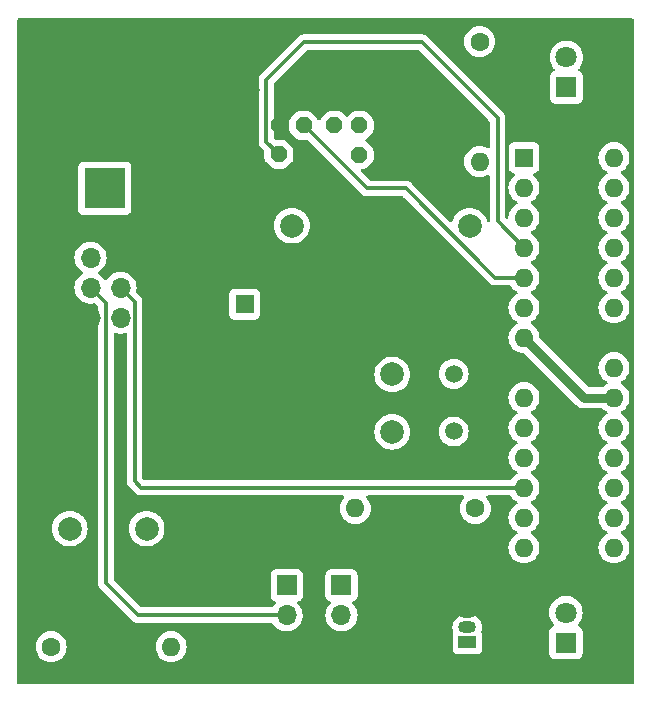
<source format=gtl>
G04 #@! TF.GenerationSoftware,KiCad,Pcbnew,7.0.6*
G04 #@! TF.CreationDate,2024-10-13T07:30:47+02:00*
G04 #@! TF.ProjectId,KeybJr,4b657962-4a72-42e6-9b69-6361645f7063,rev?*
G04 #@! TF.SameCoordinates,Original*
G04 #@! TF.FileFunction,Copper,L1,Top*
G04 #@! TF.FilePolarity,Positive*
%FSLAX46Y46*%
G04 Gerber Fmt 4.6, Leading zero omitted, Abs format (unit mm)*
G04 Created by KiCad (PCBNEW 7.0.6) date 2024-10-13 07:30:47*
%MOMM*%
%LPD*%
G01*
G04 APERTURE LIST*
G04 Aperture macros list*
%AMRoundRect*
0 Rectangle with rounded corners*
0 $1 Rounding radius*
0 $2 $3 $4 $5 $6 $7 $8 $9 X,Y pos of 4 corners*
0 Add a 4 corners polygon primitive as box body*
4,1,4,$2,$3,$4,$5,$6,$7,$8,$9,$2,$3,0*
0 Add four circle primitives for the rounded corners*
1,1,$1+$1,$2,$3*
1,1,$1+$1,$4,$5*
1,1,$1+$1,$6,$7*
1,1,$1+$1,$8,$9*
0 Add four rect primitives between the rounded corners*
20,1,$1+$1,$2,$3,$4,$5,0*
20,1,$1+$1,$4,$5,$6,$7,0*
20,1,$1+$1,$6,$7,$8,$9,0*
20,1,$1+$1,$8,$9,$2,$3,0*%
%AMOutline5P*
0 Free polygon, 5 corners , with rotation*
0 The origin of the aperture is its center*
0 number of corners: always 5*
0 $1 to $10 corner X, Y*
0 $11 Rotation angle, in degrees counterclockwise*
0 create outline with 5 corners*
4,1,5,$1,$2,$3,$4,$5,$6,$7,$8,$9,$10,$1,$2,$11*%
%AMOutline6P*
0 Free polygon, 6 corners , with rotation*
0 The origin of the aperture is its center*
0 number of corners: always 6*
0 $1 to $12 corner X, Y*
0 $13 Rotation angle, in degrees counterclockwise*
0 create outline with 6 corners*
4,1,6,$1,$2,$3,$4,$5,$6,$7,$8,$9,$10,$11,$12,$1,$2,$13*%
%AMOutline7P*
0 Free polygon, 7 corners , with rotation*
0 The origin of the aperture is its center*
0 number of corners: always 7*
0 $1 to $14 corner X, Y*
0 $15 Rotation angle, in degrees counterclockwise*
0 create outline with 7 corners*
4,1,7,$1,$2,$3,$4,$5,$6,$7,$8,$9,$10,$11,$12,$13,$14,$1,$2,$15*%
%AMOutline8P*
0 Free polygon, 8 corners , with rotation*
0 The origin of the aperture is its center*
0 number of corners: always 8*
0 $1 to $16 corner X, Y*
0 $17 Rotation angle, in degrees counterclockwise*
0 create outline with 8 corners*
4,1,8,$1,$2,$3,$4,$5,$6,$7,$8,$9,$10,$11,$12,$13,$14,$15,$16,$1,$2,$17*%
G04 Aperture macros list end*
G04 #@! TA.AperFunction,ComponentPad*
%ADD10R,1.600000X1.600000*%
G04 #@! TD*
G04 #@! TA.AperFunction,ComponentPad*
%ADD11O,1.600000X1.600000*%
G04 #@! TD*
G04 #@! TA.AperFunction,ComponentPad*
%ADD12C,1.500000*%
G04 #@! TD*
G04 #@! TA.AperFunction,ComponentPad*
%ADD13R,1.700000X1.700000*%
G04 #@! TD*
G04 #@! TA.AperFunction,ComponentPad*
%ADD14O,1.700000X1.700000*%
G04 #@! TD*
G04 #@! TA.AperFunction,ComponentPad*
%ADD15C,1.600000*%
G04 #@! TD*
G04 #@! TA.AperFunction,ComponentPad*
%ADD16R,3.500000X3.500000*%
G04 #@! TD*
G04 #@! TA.AperFunction,ComponentPad*
%ADD17RoundRect,0.750000X-1.000000X0.750000X-1.000000X-0.750000X1.000000X-0.750000X1.000000X0.750000X0*%
G04 #@! TD*
G04 #@! TA.AperFunction,ComponentPad*
%ADD18RoundRect,0.875000X-0.875000X0.875000X-0.875000X-0.875000X0.875000X-0.875000X0.875000X0.875000X0*%
G04 #@! TD*
G04 #@! TA.AperFunction,ComponentPad*
%ADD19C,2.000000*%
G04 #@! TD*
G04 #@! TA.AperFunction,ComponentPad*
%ADD20R,1.500000X1.050000*%
G04 #@! TD*
G04 #@! TA.AperFunction,ComponentPad*
%ADD21O,1.500000X1.050000*%
G04 #@! TD*
G04 #@! TA.AperFunction,ComponentPad*
%ADD22R,1.800000X1.800000*%
G04 #@! TD*
G04 #@! TA.AperFunction,ComponentPad*
%ADD23C,1.800000*%
G04 #@! TD*
G04 #@! TA.AperFunction,ComponentPad*
%ADD24Outline8P,-0.711200X0.294589X-0.294589X0.711200X0.294589X0.711200X0.711200X0.294589X0.711200X-0.294589X0.294589X-0.711200X-0.294589X-0.711200X-0.711200X-0.294589X0.000000*%
G04 #@! TD*
G04 #@! TA.AperFunction,ComponentPad*
%ADD25C,3.500000*%
G04 #@! TD*
G04 #@! TA.AperFunction,Conductor*
%ADD26C,0.300000*%
G04 #@! TD*
G04 #@! TA.AperFunction,Conductor*
%ADD27C,0.800000*%
G04 #@! TD*
G04 APERTURE END LIST*
D10*
X143400000Y-55300000D03*
D11*
X143400000Y-57840000D03*
X143400000Y-60380000D03*
X143400000Y-62920000D03*
X143400000Y-65460000D03*
X143400000Y-68000000D03*
X143400000Y-70540000D03*
X143400000Y-73080000D03*
X143400000Y-75620000D03*
X143400000Y-78160000D03*
X143400000Y-80700000D03*
X143400000Y-83240000D03*
X143400000Y-85780000D03*
X143400000Y-88320000D03*
X151020000Y-88320000D03*
X151020000Y-85780000D03*
X151020000Y-83240000D03*
X151020000Y-80700000D03*
X151020000Y-78160000D03*
X151020000Y-75620000D03*
X151020000Y-73080000D03*
X151020000Y-70540000D03*
X151020000Y-68000000D03*
X151020000Y-65460000D03*
X151020000Y-62920000D03*
X151020000Y-60380000D03*
X151020000Y-57840000D03*
X151020000Y-55300000D03*
D12*
X137450000Y-78480000D03*
X137450000Y-73600000D03*
D13*
X123300000Y-91500000D03*
D14*
X123300000Y-94040000D03*
X123300000Y-96580000D03*
D10*
X119750000Y-67700000D03*
D15*
X117250000Y-67700000D03*
D16*
X107900000Y-57900000D03*
D17*
X107900000Y-51900000D03*
D18*
X103200000Y-54900000D03*
D19*
X127250000Y-73650000D03*
X132250000Y-73650000D03*
D20*
X138610000Y-96320000D03*
D21*
X138610000Y-95050000D03*
X138610000Y-93780000D03*
D13*
X127950000Y-91500000D03*
D14*
X127950000Y-94040000D03*
X127950000Y-96580000D03*
D15*
X139280000Y-85000000D03*
D11*
X129120000Y-85000000D03*
D22*
X146950000Y-96350000D03*
D23*
X146950000Y-93810000D03*
D19*
X127250000Y-78500000D03*
X132250000Y-78500000D03*
D14*
X109240000Y-66300000D03*
X109240000Y-68840000D03*
X106700000Y-63760000D03*
X106700000Y-66300000D03*
X106700000Y-68840000D03*
D15*
X103370000Y-96700000D03*
D11*
X113530000Y-96700000D03*
D24*
X124750000Y-52550000D03*
X127350000Y-52550000D03*
X122650000Y-52550000D03*
X129450000Y-52550000D03*
X122650000Y-55000000D03*
X129450000Y-55050000D03*
D25*
X132850000Y-49550000D03*
X126050000Y-48750000D03*
X119300000Y-49550000D03*
D15*
X139650000Y-45470000D03*
D11*
X139650000Y-55630000D03*
D19*
X123750000Y-61050000D03*
X128750000Y-61050000D03*
D22*
X147000000Y-49340000D03*
D23*
X147000000Y-46800000D03*
D19*
X104950000Y-86700000D03*
X111450000Y-86700000D03*
X104950000Y-91200000D03*
X111450000Y-91200000D03*
X138800000Y-61050000D03*
X133800000Y-61050000D03*
D26*
X108000000Y-67680000D02*
X108040000Y-67640000D01*
X108000000Y-91310000D02*
X108000000Y-67680000D01*
X110730000Y-94040000D02*
X108000000Y-91310000D01*
X123300000Y-94040000D02*
X110730000Y-94040000D01*
X108040000Y-67640000D02*
X106700000Y-66300000D01*
D27*
X151020000Y-75620000D02*
X148480000Y-75620000D01*
X148480000Y-75620000D02*
X143400000Y-70540000D01*
D26*
X124750000Y-52550000D02*
X130100000Y-57900000D01*
X133400000Y-57900000D02*
X140960000Y-65460000D01*
X130100000Y-57900000D02*
X133400000Y-57900000D01*
X140960000Y-65460000D02*
X143400000Y-65460000D01*
X122650000Y-55000000D02*
X121588800Y-53938800D01*
X121588800Y-48711200D02*
X124780000Y-45520000D01*
X141160000Y-60680000D02*
X143400000Y-62920000D01*
X141160000Y-51950000D02*
X141160000Y-60680000D01*
X124780000Y-45520000D02*
X134730000Y-45520000D01*
X121588800Y-53938800D02*
X121588800Y-48711200D01*
X134730000Y-45520000D02*
X141160000Y-51950000D01*
X109240000Y-66300000D02*
X110440000Y-67500000D01*
X143400000Y-83240000D02*
X110980000Y-83240000D01*
X110440000Y-67500000D02*
X110440000Y-82700000D01*
X110980000Y-83240000D02*
X110440000Y-82700000D01*
G04 #@! TA.AperFunction,Conductor*
G36*
X152643039Y-43519685D02*
G01*
X152688794Y-43572489D01*
X152700000Y-43624000D01*
X152700000Y-99776000D01*
X152680315Y-99843039D01*
X152627511Y-99888794D01*
X152576000Y-99900000D01*
X100624000Y-99900000D01*
X100556961Y-99880315D01*
X100511206Y-99827511D01*
X100500000Y-99776000D01*
X100500000Y-96700001D01*
X102056502Y-96700001D01*
X102076456Y-96928081D01*
X102076457Y-96928089D01*
X102135714Y-97149238D01*
X102135718Y-97149249D01*
X102230962Y-97353500D01*
X102232477Y-97356749D01*
X102363802Y-97544300D01*
X102525700Y-97706198D01*
X102713251Y-97837523D01*
X102838091Y-97895736D01*
X102920750Y-97934281D01*
X102920752Y-97934281D01*
X102920757Y-97934284D01*
X103141913Y-97993543D01*
X103304832Y-98007796D01*
X103369998Y-98013498D01*
X103370000Y-98013498D01*
X103370002Y-98013498D01*
X103427021Y-98008509D01*
X103598087Y-97993543D01*
X103819243Y-97934284D01*
X104026749Y-97837523D01*
X104214300Y-97706198D01*
X104376198Y-97544300D01*
X104507523Y-97356749D01*
X104604284Y-97149243D01*
X104663543Y-96928087D01*
X104683498Y-96700001D01*
X112216502Y-96700001D01*
X112236456Y-96928081D01*
X112236457Y-96928089D01*
X112295714Y-97149238D01*
X112295718Y-97149249D01*
X112390962Y-97353500D01*
X112392477Y-97356749D01*
X112523802Y-97544300D01*
X112685700Y-97706198D01*
X112873251Y-97837523D01*
X112998091Y-97895736D01*
X113080750Y-97934281D01*
X113080752Y-97934281D01*
X113080757Y-97934284D01*
X113301913Y-97993543D01*
X113464832Y-98007796D01*
X113529998Y-98013498D01*
X113530000Y-98013498D01*
X113530002Y-98013498D01*
X113587021Y-98008509D01*
X113758087Y-97993543D01*
X113979243Y-97934284D01*
X114186749Y-97837523D01*
X114374300Y-97706198D01*
X114536198Y-97544300D01*
X114667523Y-97356749D01*
X114764284Y-97149243D01*
X114823543Y-96928087D01*
X114843498Y-96700000D01*
X114823543Y-96471913D01*
X114764284Y-96250757D01*
X114667523Y-96043251D01*
X114536198Y-95855700D01*
X114374300Y-95693802D01*
X114186749Y-95562477D01*
X114157410Y-95548796D01*
X113979249Y-95465718D01*
X113979238Y-95465714D01*
X113758089Y-95406457D01*
X113758081Y-95406456D01*
X113530002Y-95386502D01*
X113529998Y-95386502D01*
X113301918Y-95406456D01*
X113301910Y-95406457D01*
X113080761Y-95465714D01*
X113080750Y-95465718D01*
X112873254Y-95562475D01*
X112873252Y-95562476D01*
X112873249Y-95562477D01*
X112873251Y-95562477D01*
X112685700Y-95693802D01*
X112685698Y-95693803D01*
X112685695Y-95693806D01*
X112523806Y-95855695D01*
X112392476Y-96043252D01*
X112392475Y-96043254D01*
X112295718Y-96250750D01*
X112295714Y-96250761D01*
X112236457Y-96471910D01*
X112236456Y-96471918D01*
X112216502Y-96699998D01*
X112216502Y-96700001D01*
X104683498Y-96700001D01*
X104683498Y-96700000D01*
X104663543Y-96471913D01*
X104604284Y-96250757D01*
X104507523Y-96043251D01*
X104376198Y-95855700D01*
X104214300Y-95693802D01*
X104026749Y-95562477D01*
X103997410Y-95548796D01*
X103819249Y-95465718D01*
X103819238Y-95465714D01*
X103598089Y-95406457D01*
X103598081Y-95406456D01*
X103370002Y-95386502D01*
X103369998Y-95386502D01*
X103141918Y-95406456D01*
X103141910Y-95406457D01*
X102920761Y-95465714D01*
X102920750Y-95465718D01*
X102713254Y-95562475D01*
X102713252Y-95562476D01*
X102713249Y-95562477D01*
X102713251Y-95562477D01*
X102525700Y-95693802D01*
X102525698Y-95693803D01*
X102525695Y-95693806D01*
X102363806Y-95855695D01*
X102232476Y-96043252D01*
X102232475Y-96043254D01*
X102135718Y-96250750D01*
X102135714Y-96250761D01*
X102076457Y-96471910D01*
X102076456Y-96471918D01*
X102056502Y-96699998D01*
X102056502Y-96700001D01*
X100500000Y-96700001D01*
X100500000Y-86699999D01*
X103436835Y-86699999D01*
X103455465Y-86936714D01*
X103510895Y-87167595D01*
X103510895Y-87167597D01*
X103601757Y-87386959D01*
X103601759Y-87386962D01*
X103725820Y-87589410D01*
X103725821Y-87589413D01*
X103725824Y-87589416D01*
X103880031Y-87769969D01*
X103998043Y-87870761D01*
X104060586Y-87924178D01*
X104060589Y-87924179D01*
X104263037Y-88048240D01*
X104263040Y-88048242D01*
X104482403Y-88139104D01*
X104482404Y-88139104D01*
X104482406Y-88139105D01*
X104713289Y-88194535D01*
X104950000Y-88213165D01*
X105186711Y-88194535D01*
X105417594Y-88139105D01*
X105417596Y-88139104D01*
X105417597Y-88139104D01*
X105636959Y-88048242D01*
X105636960Y-88048241D01*
X105636963Y-88048240D01*
X105839416Y-87924176D01*
X106019969Y-87769969D01*
X106174176Y-87589416D01*
X106298240Y-87386963D01*
X106328543Y-87313806D01*
X106389104Y-87167597D01*
X106389104Y-87167596D01*
X106389105Y-87167594D01*
X106444535Y-86936711D01*
X106463165Y-86700000D01*
X106444535Y-86463289D01*
X106389105Y-86232406D01*
X106389104Y-86232403D01*
X106389104Y-86232402D01*
X106298242Y-86013040D01*
X106298240Y-86013037D01*
X106174179Y-85810589D01*
X106174178Y-85810586D01*
X106042788Y-85656749D01*
X106019969Y-85630031D01*
X105900596Y-85528076D01*
X105839413Y-85475821D01*
X105839410Y-85475820D01*
X105636962Y-85351759D01*
X105636959Y-85351757D01*
X105417596Y-85260895D01*
X105186714Y-85205465D01*
X105009177Y-85191492D01*
X104950000Y-85186835D01*
X104949999Y-85186835D01*
X104713285Y-85205465D01*
X104482404Y-85260895D01*
X104482402Y-85260895D01*
X104263040Y-85351757D01*
X104263037Y-85351759D01*
X104060589Y-85475820D01*
X104060586Y-85475821D01*
X103880031Y-85630031D01*
X103725821Y-85810586D01*
X103725820Y-85810589D01*
X103601759Y-86013037D01*
X103601757Y-86013040D01*
X103510895Y-86232402D01*
X103510895Y-86232404D01*
X103455465Y-86463285D01*
X103436835Y-86699999D01*
X100500000Y-86699999D01*
X100500000Y-66300005D01*
X105336844Y-66300005D01*
X105355434Y-66524359D01*
X105355436Y-66524371D01*
X105410703Y-66742614D01*
X105501140Y-66948792D01*
X105624276Y-67137265D01*
X105624284Y-67137276D01*
X105776756Y-67302902D01*
X105776761Y-67302907D01*
X105835981Y-67349000D01*
X105954424Y-67441189D01*
X105954425Y-67441189D01*
X105954427Y-67441191D01*
X106043985Y-67489657D01*
X106152426Y-67548342D01*
X106365365Y-67621444D01*
X106587431Y-67658500D01*
X106812568Y-67658500D01*
X106812569Y-67658500D01*
X107019285Y-67624005D01*
X107088647Y-67632387D01*
X107127373Y-67658633D01*
X107305181Y-67836441D01*
X107338666Y-67897764D01*
X107341500Y-67924122D01*
X107341500Y-91223609D01*
X107339718Y-91239746D01*
X107339946Y-91239768D01*
X107339211Y-91247534D01*
X107341500Y-91320342D01*
X107341500Y-91351434D01*
X107342433Y-91358829D01*
X107342891Y-91364647D01*
X107344437Y-91413829D01*
X107344438Y-91413832D01*
X107350464Y-91434577D01*
X107354407Y-91453618D01*
X107357116Y-91475053D01*
X107357117Y-91475057D01*
X107357118Y-91475064D01*
X107373284Y-91515897D01*
X107375234Y-91520822D01*
X107377125Y-91526348D01*
X107390854Y-91573598D01*
X107401850Y-91592191D01*
X107410410Y-91609665D01*
X107418363Y-91629754D01*
X107447289Y-91669565D01*
X107450490Y-91674437D01*
X107475547Y-91716807D01*
X107475551Y-91716811D01*
X107490821Y-91732081D01*
X107503458Y-91746876D01*
X107516159Y-91764357D01*
X107554072Y-91795721D01*
X107558383Y-91799643D01*
X108896071Y-93137331D01*
X110203280Y-94444540D01*
X110213430Y-94457208D01*
X110213606Y-94457064D01*
X110218580Y-94463076D01*
X110271685Y-94512946D01*
X110293661Y-94534922D01*
X110299551Y-94539491D01*
X110303994Y-94543286D01*
X110339864Y-94576970D01*
X110339866Y-94576971D01*
X110339867Y-94576972D01*
X110358803Y-94587382D01*
X110375049Y-94598053D01*
X110392132Y-94611304D01*
X110392137Y-94611306D01*
X110437296Y-94630848D01*
X110442544Y-94633420D01*
X110474234Y-94650840D01*
X110485663Y-94657124D01*
X110501823Y-94661272D01*
X110506583Y-94662495D01*
X110524986Y-94668795D01*
X110544824Y-94677380D01*
X110581960Y-94683261D01*
X110593431Y-94685078D01*
X110599146Y-94686261D01*
X110646812Y-94698500D01*
X110668419Y-94698500D01*
X110687816Y-94700026D01*
X110709152Y-94703406D01*
X110758144Y-94698774D01*
X110763981Y-94698500D01*
X122040377Y-94698500D01*
X122107416Y-94718185D01*
X122144185Y-94754678D01*
X122224276Y-94877265D01*
X122224284Y-94877276D01*
X122336443Y-94999111D01*
X122376760Y-95042906D01*
X122554424Y-95181189D01*
X122554425Y-95181189D01*
X122554427Y-95181191D01*
X122596196Y-95203795D01*
X122752426Y-95288342D01*
X122965365Y-95361444D01*
X123187431Y-95398500D01*
X123412569Y-95398500D01*
X123634635Y-95361444D01*
X123847574Y-95288342D01*
X124045576Y-95181189D01*
X124223240Y-95042906D01*
X124375722Y-94877268D01*
X124498860Y-94688791D01*
X124589296Y-94482616D01*
X124644564Y-94264368D01*
X124651015Y-94186518D01*
X124663156Y-94040005D01*
X126586844Y-94040005D01*
X126605434Y-94264359D01*
X126605436Y-94264371D01*
X126660703Y-94482614D01*
X126751140Y-94688792D01*
X126874276Y-94877265D01*
X126874284Y-94877276D01*
X126986443Y-94999111D01*
X127026760Y-95042906D01*
X127204424Y-95181189D01*
X127204425Y-95181189D01*
X127204427Y-95181191D01*
X127246196Y-95203795D01*
X127402426Y-95288342D01*
X127615365Y-95361444D01*
X127837431Y-95398500D01*
X128062569Y-95398500D01*
X128284635Y-95361444D01*
X128497574Y-95288342D01*
X128695576Y-95181189D01*
X128864127Y-95049999D01*
X137346499Y-95049999D01*
X137366453Y-95252599D01*
X137424475Y-95443873D01*
X137425098Y-95513740D01*
X137411976Y-95540261D01*
X137413359Y-95541017D01*
X137409110Y-95548796D01*
X137358010Y-95685798D01*
X137351500Y-95746345D01*
X137351500Y-96893654D01*
X137358011Y-96954202D01*
X137358011Y-96954204D01*
X137409110Y-97091203D01*
X137409111Y-97091204D01*
X137496739Y-97208261D01*
X137613796Y-97295889D01*
X137750799Y-97346989D01*
X137778050Y-97349918D01*
X137811345Y-97353499D01*
X137811362Y-97353500D01*
X139408638Y-97353500D01*
X139408654Y-97353499D01*
X139435692Y-97350591D01*
X139469201Y-97346989D01*
X139606204Y-97295889D01*
X139723261Y-97208261D01*
X139810889Y-97091204D01*
X139861989Y-96954201D01*
X139865591Y-96920692D01*
X139868499Y-96893654D01*
X139868500Y-96893637D01*
X139868500Y-95746362D01*
X139868499Y-95746345D01*
X139865157Y-95715270D01*
X139861989Y-95685799D01*
X139815991Y-95562476D01*
X139810888Y-95548793D01*
X139806637Y-95541008D01*
X139809435Y-95539479D01*
X139790501Y-95488709D01*
X139795523Y-95443879D01*
X139853546Y-95252601D01*
X139873501Y-95050000D01*
X139853546Y-94847399D01*
X139794450Y-94652583D01*
X139784207Y-94633420D01*
X139698485Y-94473045D01*
X139698483Y-94473043D01*
X139698482Y-94473040D01*
X139659204Y-94425180D01*
X139569331Y-94315668D01*
X139411961Y-94186519D01*
X139411954Y-94186514D01*
X139232424Y-94090553D01*
X139232421Y-94090552D01*
X139232420Y-94090551D01*
X139232417Y-94090550D01*
X139037601Y-94031454D01*
X139037599Y-94031453D01*
X139037601Y-94031453D01*
X138920402Y-94019910D01*
X138885775Y-94016500D01*
X138334225Y-94016500D01*
X138296748Y-94020191D01*
X138182400Y-94031453D01*
X138067374Y-94066345D01*
X137987583Y-94090550D01*
X137987580Y-94090551D01*
X137987578Y-94090552D01*
X137987575Y-94090553D01*
X137808045Y-94186514D01*
X137808038Y-94186519D01*
X137650668Y-94315668D01*
X137521519Y-94473038D01*
X137521514Y-94473045D01*
X137425553Y-94652575D01*
X137425552Y-94652578D01*
X137425551Y-94652580D01*
X137425550Y-94652583D01*
X137411538Y-94698775D01*
X137366453Y-94847400D01*
X137346499Y-95049999D01*
X128864127Y-95049999D01*
X128873240Y-95042906D01*
X129025722Y-94877268D01*
X129148860Y-94688791D01*
X129239296Y-94482616D01*
X129294564Y-94264368D01*
X129301015Y-94186518D01*
X129313156Y-94040005D01*
X129313156Y-94039994D01*
X129294565Y-93815640D01*
X129294563Y-93815628D01*
X129293139Y-93810005D01*
X145536673Y-93810005D01*
X145555948Y-94042622D01*
X145613251Y-94268907D01*
X145707015Y-94482668D01*
X145834686Y-94678084D01*
X145921856Y-94772775D01*
X145952779Y-94835429D01*
X145944919Y-94904855D01*
X145900772Y-94959011D01*
X145873963Y-94972939D01*
X145803794Y-94999111D01*
X145686739Y-95086739D01*
X145599111Y-95203795D01*
X145548011Y-95340795D01*
X145548011Y-95340797D01*
X145541500Y-95401345D01*
X145541500Y-97298654D01*
X145548011Y-97359202D01*
X145548011Y-97359204D01*
X145599110Y-97496204D01*
X145599111Y-97496204D01*
X145686739Y-97613261D01*
X145803796Y-97700889D01*
X145940799Y-97751989D01*
X145968050Y-97754918D01*
X146001345Y-97758499D01*
X146001362Y-97758500D01*
X147898638Y-97758500D01*
X147898654Y-97758499D01*
X147925692Y-97755591D01*
X147959201Y-97751989D01*
X148096204Y-97700889D01*
X148213261Y-97613261D01*
X148300889Y-97496204D01*
X148351989Y-97359201D01*
X148355591Y-97325692D01*
X148358499Y-97298654D01*
X148358500Y-97298637D01*
X148358500Y-95401362D01*
X148358499Y-95401345D01*
X148355157Y-95370270D01*
X148351989Y-95340799D01*
X148300889Y-95203796D01*
X148213261Y-95086739D01*
X148096204Y-94999111D01*
X148026037Y-94972939D01*
X147970104Y-94931067D01*
X147945688Y-94865602D01*
X147960541Y-94797329D01*
X147978138Y-94772780D01*
X148065314Y-94678083D01*
X148192984Y-94482669D01*
X148286749Y-94268907D01*
X148344051Y-94042626D01*
X148362860Y-93815640D01*
X148363327Y-93810005D01*
X148363327Y-93809994D01*
X148344051Y-93577377D01*
X148344051Y-93577374D01*
X148286749Y-93351093D01*
X148192984Y-93137331D01*
X148192983Y-93137331D01*
X148065313Y-92941915D01*
X147907223Y-92770185D01*
X147907222Y-92770184D01*
X147907220Y-92770182D01*
X147723017Y-92626810D01*
X147723015Y-92626809D01*
X147723014Y-92626808D01*
X147723011Y-92626806D01*
X147517733Y-92515716D01*
X147517730Y-92515715D01*
X147517727Y-92515713D01*
X147517721Y-92515711D01*
X147517719Y-92515710D01*
X147296954Y-92439920D01*
X147124271Y-92411104D01*
X147066712Y-92401500D01*
X146833288Y-92401500D01*
X146787240Y-92409184D01*
X146603045Y-92439920D01*
X146382280Y-92515710D01*
X146382266Y-92515716D01*
X146176988Y-92626806D01*
X146176985Y-92626808D01*
X145992781Y-92770181D01*
X145992776Y-92770185D01*
X145834686Y-92941915D01*
X145707015Y-93137331D01*
X145613251Y-93351092D01*
X145555948Y-93577377D01*
X145536673Y-93809994D01*
X145536673Y-93810005D01*
X129293139Y-93810005D01*
X129239296Y-93597385D01*
X129230518Y-93577374D01*
X129148860Y-93391209D01*
X129118788Y-93345181D01*
X129025723Y-93202734D01*
X129025715Y-93202723D01*
X128880510Y-93044991D01*
X128849587Y-92982337D01*
X128857447Y-92912911D01*
X128901594Y-92858755D01*
X128928405Y-92844827D01*
X129008584Y-92814920D01*
X129046204Y-92800889D01*
X129163261Y-92713261D01*
X129250889Y-92596204D01*
X129301989Y-92459201D01*
X129305591Y-92425692D01*
X129308499Y-92398654D01*
X129308499Y-92398647D01*
X129308500Y-92398638D01*
X129308500Y-90601362D01*
X129308499Y-90601352D01*
X129308499Y-90601345D01*
X129305157Y-90570270D01*
X129301989Y-90540799D01*
X129250889Y-90403796D01*
X129163261Y-90286739D01*
X129046204Y-90199111D01*
X129046203Y-90199110D01*
X128909203Y-90148011D01*
X128848654Y-90141500D01*
X128848638Y-90141500D01*
X127051362Y-90141500D01*
X127051345Y-90141500D01*
X126990797Y-90148011D01*
X126990795Y-90148011D01*
X126853795Y-90199111D01*
X126736739Y-90286739D01*
X126649111Y-90403795D01*
X126598011Y-90540795D01*
X126598011Y-90540797D01*
X126591500Y-90601345D01*
X126591500Y-92398654D01*
X126598011Y-92459202D01*
X126598011Y-92459204D01*
X126619090Y-92515716D01*
X126649111Y-92596204D01*
X126736739Y-92713261D01*
X126853796Y-92800889D01*
X126905737Y-92820262D01*
X126971595Y-92844827D01*
X127027528Y-92886699D01*
X127051944Y-92952163D01*
X127037092Y-93020436D01*
X127019490Y-93044991D01*
X126874279Y-93202730D01*
X126874276Y-93202734D01*
X126751140Y-93391207D01*
X126660703Y-93597385D01*
X126605436Y-93815628D01*
X126605434Y-93815640D01*
X126586844Y-94039994D01*
X126586844Y-94040005D01*
X124663156Y-94040005D01*
X124663156Y-94039994D01*
X124644565Y-93815640D01*
X124644563Y-93815628D01*
X124589296Y-93597385D01*
X124580518Y-93577374D01*
X124498860Y-93391209D01*
X124468788Y-93345181D01*
X124375723Y-93202734D01*
X124375715Y-93202723D01*
X124230510Y-93044991D01*
X124199587Y-92982337D01*
X124207447Y-92912911D01*
X124251594Y-92858755D01*
X124278405Y-92844827D01*
X124358584Y-92814920D01*
X124396204Y-92800889D01*
X124513261Y-92713261D01*
X124600889Y-92596204D01*
X124651989Y-92459201D01*
X124655591Y-92425692D01*
X124658499Y-92398654D01*
X124658499Y-92398647D01*
X124658500Y-92398638D01*
X124658500Y-90601362D01*
X124658499Y-90601352D01*
X124658499Y-90601345D01*
X124655157Y-90570270D01*
X124651989Y-90540799D01*
X124600889Y-90403796D01*
X124513261Y-90286739D01*
X124396204Y-90199111D01*
X124396203Y-90199110D01*
X124259203Y-90148011D01*
X124198654Y-90141500D01*
X124198638Y-90141500D01*
X122401362Y-90141500D01*
X122401345Y-90141500D01*
X122340797Y-90148011D01*
X122340795Y-90148011D01*
X122203795Y-90199111D01*
X122086739Y-90286739D01*
X121999111Y-90403795D01*
X121948011Y-90540795D01*
X121948011Y-90540797D01*
X121941500Y-90601345D01*
X121941500Y-92398654D01*
X121948011Y-92459202D01*
X121948011Y-92459204D01*
X121969090Y-92515716D01*
X121999111Y-92596204D01*
X122086739Y-92713261D01*
X122203796Y-92800889D01*
X122255737Y-92820262D01*
X122321595Y-92844827D01*
X122377528Y-92886699D01*
X122401944Y-92952163D01*
X122387092Y-93020436D01*
X122369490Y-93044991D01*
X122224279Y-93202730D01*
X122224276Y-93202734D01*
X122144185Y-93325322D01*
X122091039Y-93370679D01*
X122040377Y-93381500D01*
X111054122Y-93381500D01*
X110987083Y-93361815D01*
X110966441Y-93345181D01*
X108694819Y-91073559D01*
X108661334Y-91012236D01*
X108658500Y-90985878D01*
X108658500Y-86699999D01*
X109936835Y-86699999D01*
X109955465Y-86936714D01*
X110010895Y-87167595D01*
X110010895Y-87167597D01*
X110101757Y-87386959D01*
X110101759Y-87386962D01*
X110225820Y-87589410D01*
X110225821Y-87589413D01*
X110225824Y-87589416D01*
X110380031Y-87769969D01*
X110498043Y-87870761D01*
X110560586Y-87924178D01*
X110560589Y-87924179D01*
X110763037Y-88048240D01*
X110763040Y-88048242D01*
X110982403Y-88139104D01*
X110982404Y-88139104D01*
X110982406Y-88139105D01*
X111213289Y-88194535D01*
X111450000Y-88213165D01*
X111686711Y-88194535D01*
X111917594Y-88139105D01*
X111917596Y-88139104D01*
X111917597Y-88139104D01*
X112136959Y-88048242D01*
X112136960Y-88048241D01*
X112136963Y-88048240D01*
X112339416Y-87924176D01*
X112519969Y-87769969D01*
X112674176Y-87589416D01*
X112798240Y-87386963D01*
X112828543Y-87313806D01*
X112889104Y-87167597D01*
X112889104Y-87167596D01*
X112889105Y-87167594D01*
X112944535Y-86936711D01*
X112963165Y-86700000D01*
X112944535Y-86463289D01*
X112889105Y-86232406D01*
X112889104Y-86232403D01*
X112889104Y-86232402D01*
X112798242Y-86013040D01*
X112798240Y-86013037D01*
X112674179Y-85810589D01*
X112674178Y-85810586D01*
X112542788Y-85656749D01*
X112519969Y-85630031D01*
X112400596Y-85528076D01*
X112339413Y-85475821D01*
X112339410Y-85475820D01*
X112136962Y-85351759D01*
X112136959Y-85351757D01*
X111917596Y-85260895D01*
X111686714Y-85205465D01*
X111509177Y-85191492D01*
X111450000Y-85186835D01*
X111449999Y-85186835D01*
X111213285Y-85205465D01*
X110982404Y-85260895D01*
X110982402Y-85260895D01*
X110763040Y-85351757D01*
X110763037Y-85351759D01*
X110560589Y-85475820D01*
X110560586Y-85475821D01*
X110380031Y-85630031D01*
X110225821Y-85810586D01*
X110225820Y-85810589D01*
X110101759Y-86013037D01*
X110101757Y-86013040D01*
X110010895Y-86232402D01*
X110010895Y-86232404D01*
X109955465Y-86463285D01*
X109936835Y-86699999D01*
X108658500Y-86699999D01*
X108658500Y-70250368D01*
X108678185Y-70183329D01*
X108730989Y-70137574D01*
X108800147Y-70127630D01*
X108822763Y-70133087D01*
X108905362Y-70161443D01*
X108905365Y-70161444D01*
X109127431Y-70198500D01*
X109352569Y-70198500D01*
X109574635Y-70161444D01*
X109617236Y-70146819D01*
X109687035Y-70143669D01*
X109747457Y-70178755D01*
X109779317Y-70240937D01*
X109781500Y-70264100D01*
X109781500Y-82613609D01*
X109779718Y-82629746D01*
X109779946Y-82629768D01*
X109779211Y-82637534D01*
X109781500Y-82710342D01*
X109781500Y-82741434D01*
X109782433Y-82748829D01*
X109782891Y-82754647D01*
X109784437Y-82803829D01*
X109784438Y-82803832D01*
X109790464Y-82824577D01*
X109794407Y-82843618D01*
X109797116Y-82865053D01*
X109797117Y-82865057D01*
X109797118Y-82865064D01*
X109813284Y-82905897D01*
X109815234Y-82910822D01*
X109817125Y-82916348D01*
X109830854Y-82963598D01*
X109841850Y-82982191D01*
X109850410Y-82999665D01*
X109858363Y-83019754D01*
X109887289Y-83059565D01*
X109890490Y-83064437D01*
X109915547Y-83106807D01*
X109915551Y-83106811D01*
X109930821Y-83122081D01*
X109943459Y-83136877D01*
X109956159Y-83154357D01*
X109956163Y-83154361D01*
X109994078Y-83185727D01*
X109998389Y-83189649D01*
X110276822Y-83468081D01*
X110453280Y-83644539D01*
X110463436Y-83657215D01*
X110463612Y-83657070D01*
X110468584Y-83663080D01*
X110521701Y-83712960D01*
X110543667Y-83734926D01*
X110548922Y-83739002D01*
X110549547Y-83739487D01*
X110553990Y-83743282D01*
X110589865Y-83776971D01*
X110589867Y-83776972D01*
X110608794Y-83787377D01*
X110625054Y-83798057D01*
X110642131Y-83811304D01*
X110687301Y-83830851D01*
X110692537Y-83833415D01*
X110735663Y-83857124D01*
X110755667Y-83862260D01*
X110756586Y-83862496D01*
X110774991Y-83868797D01*
X110794823Y-83877379D01*
X110843453Y-83885081D01*
X110849122Y-83886255D01*
X110896812Y-83898500D01*
X110918418Y-83898500D01*
X110937816Y-83900026D01*
X110959151Y-83903406D01*
X111004264Y-83899141D01*
X111008141Y-83898775D01*
X111013979Y-83898500D01*
X128071640Y-83898500D01*
X128138679Y-83918185D01*
X128184434Y-83970989D01*
X128194378Y-84040147D01*
X128165353Y-84103703D01*
X128159321Y-84110181D01*
X128113806Y-84155695D01*
X128113803Y-84155698D01*
X128113802Y-84155700D01*
X128031767Y-84272856D01*
X127982476Y-84343252D01*
X127982475Y-84343254D01*
X127885718Y-84550750D01*
X127885714Y-84550761D01*
X127826457Y-84771910D01*
X127826456Y-84771918D01*
X127806502Y-84999998D01*
X127806502Y-85000001D01*
X127826456Y-85228081D01*
X127826457Y-85228089D01*
X127885714Y-85449238D01*
X127885718Y-85449249D01*
X127970018Y-85630031D01*
X127982477Y-85656749D01*
X128113802Y-85844300D01*
X128275700Y-86006198D01*
X128463251Y-86137523D01*
X128588091Y-86195736D01*
X128670750Y-86234281D01*
X128670752Y-86234281D01*
X128670757Y-86234284D01*
X128891913Y-86293543D01*
X129054832Y-86307796D01*
X129119998Y-86313498D01*
X129120000Y-86313498D01*
X129120002Y-86313498D01*
X129177021Y-86308509D01*
X129348087Y-86293543D01*
X129569243Y-86234284D01*
X129776749Y-86137523D01*
X129964300Y-86006198D01*
X130126198Y-85844300D01*
X130257523Y-85656749D01*
X130354284Y-85449243D01*
X130413543Y-85228087D01*
X130433498Y-85000000D01*
X130413543Y-84771913D01*
X130354284Y-84550757D01*
X130351933Y-84545716D01*
X130304405Y-84443791D01*
X130257523Y-84343251D01*
X130126198Y-84155700D01*
X130080678Y-84110181D01*
X130047194Y-84048858D01*
X130052178Y-83979166D01*
X130094050Y-83923233D01*
X130159514Y-83898816D01*
X130168360Y-83898500D01*
X138231640Y-83898500D01*
X138298679Y-83918185D01*
X138344434Y-83970989D01*
X138354378Y-84040147D01*
X138325353Y-84103703D01*
X138319321Y-84110181D01*
X138273806Y-84155695D01*
X138273803Y-84155698D01*
X138273802Y-84155700D01*
X138191767Y-84272856D01*
X138142476Y-84343252D01*
X138142475Y-84343254D01*
X138045718Y-84550750D01*
X138045714Y-84550761D01*
X137986457Y-84771910D01*
X137986456Y-84771918D01*
X137966502Y-84999998D01*
X137966502Y-85000001D01*
X137986456Y-85228081D01*
X137986457Y-85228089D01*
X138045714Y-85449238D01*
X138045718Y-85449249D01*
X138130018Y-85630031D01*
X138142477Y-85656749D01*
X138273802Y-85844300D01*
X138435700Y-86006198D01*
X138623251Y-86137523D01*
X138748091Y-86195736D01*
X138830750Y-86234281D01*
X138830752Y-86234281D01*
X138830757Y-86234284D01*
X139051913Y-86293543D01*
X139214832Y-86307796D01*
X139279998Y-86313498D01*
X139280000Y-86313498D01*
X139280002Y-86313498D01*
X139337021Y-86308509D01*
X139508087Y-86293543D01*
X139729243Y-86234284D01*
X139936749Y-86137523D01*
X140124300Y-86006198D01*
X140286198Y-85844300D01*
X140417523Y-85656749D01*
X140514284Y-85449243D01*
X140573543Y-85228087D01*
X140593498Y-85000000D01*
X140573543Y-84771913D01*
X140514284Y-84550757D01*
X140511933Y-84545716D01*
X140464405Y-84443791D01*
X140417523Y-84343251D01*
X140286198Y-84155700D01*
X140240679Y-84110181D01*
X140207194Y-84048858D01*
X140212178Y-83979166D01*
X140254050Y-83923233D01*
X140319514Y-83898816D01*
X140328360Y-83898500D01*
X142199153Y-83898500D01*
X142266192Y-83918185D01*
X142300725Y-83951373D01*
X142393802Y-84084300D01*
X142555700Y-84246198D01*
X142694310Y-84343254D01*
X142743251Y-84377523D01*
X142786345Y-84397618D01*
X142838784Y-84443791D01*
X142857936Y-84510984D01*
X142837720Y-84577865D01*
X142786345Y-84622382D01*
X142743251Y-84642476D01*
X142618126Y-84730090D01*
X142555700Y-84773802D01*
X142555698Y-84773803D01*
X142555695Y-84773806D01*
X142393806Y-84935695D01*
X142262476Y-85123252D01*
X142262475Y-85123254D01*
X142165718Y-85330750D01*
X142165714Y-85330761D01*
X142106457Y-85551910D01*
X142106456Y-85551918D01*
X142086502Y-85779998D01*
X142086502Y-85780001D01*
X142106456Y-86008081D01*
X142106457Y-86008089D01*
X142165714Y-86229238D01*
X142165718Y-86229249D01*
X142195699Y-86293543D01*
X142262477Y-86436749D01*
X142393802Y-86624300D01*
X142555700Y-86786198D01*
X142743250Y-86917522D01*
X142743251Y-86917523D01*
X142786345Y-86937618D01*
X142838784Y-86983791D01*
X142857936Y-87050984D01*
X142837720Y-87117865D01*
X142786345Y-87162382D01*
X142743251Y-87182476D01*
X142618126Y-87270090D01*
X142555700Y-87313802D01*
X142555698Y-87313803D01*
X142555695Y-87313806D01*
X142393806Y-87475695D01*
X142262476Y-87663252D01*
X142262475Y-87663254D01*
X142165718Y-87870750D01*
X142165714Y-87870761D01*
X142106457Y-88091910D01*
X142106456Y-88091918D01*
X142086502Y-88319998D01*
X142086502Y-88320001D01*
X142106456Y-88548081D01*
X142106457Y-88548089D01*
X142165714Y-88769238D01*
X142165718Y-88769249D01*
X142262475Y-88976745D01*
X142262477Y-88976749D01*
X142393802Y-89164300D01*
X142555700Y-89326198D01*
X142743251Y-89457523D01*
X142868091Y-89515736D01*
X142950750Y-89554281D01*
X142950752Y-89554281D01*
X142950757Y-89554284D01*
X143171913Y-89613543D01*
X143334832Y-89627796D01*
X143399998Y-89633498D01*
X143400000Y-89633498D01*
X143400002Y-89633498D01*
X143457021Y-89628509D01*
X143628087Y-89613543D01*
X143849243Y-89554284D01*
X144056749Y-89457523D01*
X144244300Y-89326198D01*
X144406198Y-89164300D01*
X144537523Y-88976749D01*
X144634284Y-88769243D01*
X144693543Y-88548087D01*
X144713498Y-88320000D01*
X144693543Y-88091913D01*
X144634284Y-87870757D01*
X144537523Y-87663251D01*
X144406198Y-87475700D01*
X144244300Y-87313802D01*
X144056749Y-87182477D01*
X144013655Y-87162382D01*
X143961215Y-87116210D01*
X143942063Y-87049017D01*
X143962278Y-86982136D01*
X144013655Y-86937618D01*
X144016882Y-86936112D01*
X144056749Y-86917523D01*
X144244300Y-86786198D01*
X144406198Y-86624300D01*
X144537523Y-86436749D01*
X144634284Y-86229243D01*
X144693543Y-86008087D01*
X144713498Y-85780000D01*
X144693543Y-85551913D01*
X144634284Y-85330757D01*
X144537523Y-85123251D01*
X144406198Y-84935700D01*
X144244300Y-84773802D01*
X144056749Y-84642477D01*
X144013655Y-84622382D01*
X143961215Y-84576210D01*
X143942063Y-84509017D01*
X143962278Y-84442136D01*
X144013655Y-84397618D01*
X144016882Y-84396112D01*
X144056749Y-84377523D01*
X144244300Y-84246198D01*
X144406198Y-84084300D01*
X144537523Y-83896749D01*
X144634284Y-83689243D01*
X144693543Y-83468087D01*
X144713498Y-83240000D01*
X144693543Y-83011913D01*
X144634284Y-82790757D01*
X144611284Y-82741434D01*
X144559204Y-82629746D01*
X144537523Y-82583251D01*
X144406198Y-82395700D01*
X144244300Y-82233802D01*
X144056749Y-82102477D01*
X144013655Y-82082382D01*
X143961215Y-82036210D01*
X143942063Y-81969017D01*
X143962278Y-81902136D01*
X144013655Y-81857618D01*
X144016882Y-81856112D01*
X144056749Y-81837523D01*
X144244300Y-81706198D01*
X144406198Y-81544300D01*
X144537523Y-81356749D01*
X144634284Y-81149243D01*
X144693543Y-80928087D01*
X144713498Y-80700000D01*
X144693543Y-80471913D01*
X144634284Y-80250757D01*
X144537523Y-80043251D01*
X144406198Y-79855700D01*
X144244300Y-79693802D01*
X144056749Y-79562477D01*
X144013655Y-79542382D01*
X143961215Y-79496210D01*
X143942063Y-79429017D01*
X143962278Y-79362136D01*
X144013655Y-79317618D01*
X144016882Y-79316112D01*
X144056749Y-79297523D01*
X144244300Y-79166198D01*
X144406198Y-79004300D01*
X144537523Y-78816749D01*
X144634284Y-78609243D01*
X144693543Y-78388087D01*
X144713498Y-78160000D01*
X144693543Y-77931913D01*
X144634284Y-77710757D01*
X144614328Y-77667962D01*
X144541720Y-77512252D01*
X144537523Y-77503251D01*
X144406198Y-77315700D01*
X144244300Y-77153802D01*
X144056749Y-77022477D01*
X144020266Y-77005465D01*
X144013655Y-77002382D01*
X143961215Y-76956210D01*
X143942063Y-76889017D01*
X143962278Y-76822136D01*
X144013655Y-76777618D01*
X144016882Y-76776112D01*
X144056749Y-76757523D01*
X144244300Y-76626198D01*
X144406198Y-76464300D01*
X144537523Y-76276749D01*
X144634284Y-76069243D01*
X144693543Y-75848087D01*
X144713498Y-75620000D01*
X144693543Y-75391913D01*
X144634284Y-75170757D01*
X144630743Y-75163164D01*
X144553839Y-74998242D01*
X144537523Y-74963251D01*
X144406198Y-74775700D01*
X144244300Y-74613802D01*
X144056749Y-74482477D01*
X144013655Y-74462382D01*
X143849249Y-74385718D01*
X143849238Y-74385714D01*
X143628089Y-74326457D01*
X143628081Y-74326456D01*
X143400002Y-74306502D01*
X143399998Y-74306502D01*
X143171918Y-74326456D01*
X143171910Y-74326457D01*
X142950761Y-74385714D01*
X142950750Y-74385718D01*
X142743254Y-74482475D01*
X142743252Y-74482476D01*
X142743249Y-74482477D01*
X142743251Y-74482477D01*
X142555700Y-74613802D01*
X142555698Y-74613803D01*
X142555695Y-74613806D01*
X142393806Y-74775695D01*
X142262476Y-74963252D01*
X142262475Y-74963254D01*
X142165718Y-75170750D01*
X142165714Y-75170761D01*
X142106457Y-75391910D01*
X142106456Y-75391918D01*
X142086502Y-75619998D01*
X142086502Y-75620001D01*
X142106456Y-75848081D01*
X142106457Y-75848089D01*
X142165714Y-76069238D01*
X142165718Y-76069249D01*
X142235893Y-76219739D01*
X142262477Y-76276749D01*
X142393802Y-76464300D01*
X142555700Y-76626198D01*
X142743251Y-76757522D01*
X142743251Y-76757523D01*
X142786345Y-76777618D01*
X142838784Y-76823791D01*
X142857936Y-76890984D01*
X142837720Y-76957865D01*
X142786345Y-77002382D01*
X142743251Y-77022476D01*
X142618126Y-77110090D01*
X142555700Y-77153802D01*
X142555698Y-77153803D01*
X142555695Y-77153806D01*
X142393806Y-77315695D01*
X142393803Y-77315698D01*
X142393802Y-77315700D01*
X142344615Y-77385946D01*
X142262476Y-77503252D01*
X142262475Y-77503254D01*
X142165718Y-77710750D01*
X142165714Y-77710761D01*
X142106457Y-77931910D01*
X142106456Y-77931918D01*
X142086502Y-78159998D01*
X142086502Y-78160001D01*
X142106456Y-78388081D01*
X142106457Y-78388089D01*
X142165714Y-78609238D01*
X142165718Y-78609249D01*
X142225155Y-78736711D01*
X142262477Y-78816749D01*
X142393802Y-79004300D01*
X142555700Y-79166198D01*
X142735418Y-79292038D01*
X142743251Y-79297523D01*
X142786345Y-79317618D01*
X142838784Y-79363791D01*
X142857936Y-79430984D01*
X142837720Y-79497865D01*
X142786345Y-79542382D01*
X142743251Y-79562476D01*
X142618126Y-79650090D01*
X142555700Y-79693802D01*
X142555698Y-79693803D01*
X142555695Y-79693806D01*
X142393806Y-79855695D01*
X142262476Y-80043252D01*
X142262475Y-80043254D01*
X142165718Y-80250750D01*
X142165714Y-80250761D01*
X142106457Y-80471910D01*
X142106456Y-80471918D01*
X142086502Y-80699998D01*
X142086502Y-80700001D01*
X142106456Y-80928081D01*
X142106457Y-80928089D01*
X142165714Y-81149238D01*
X142165718Y-81149249D01*
X142262475Y-81356745D01*
X142262477Y-81356749D01*
X142393802Y-81544300D01*
X142555700Y-81706198D01*
X142743251Y-81837522D01*
X142743251Y-81837523D01*
X142786345Y-81857618D01*
X142838784Y-81903791D01*
X142857936Y-81970984D01*
X142837720Y-82037865D01*
X142786345Y-82082382D01*
X142743251Y-82102476D01*
X142618126Y-82190090D01*
X142555700Y-82233802D01*
X142555698Y-82233803D01*
X142555695Y-82233806D01*
X142393806Y-82395695D01*
X142393803Y-82395698D01*
X142393802Y-82395700D01*
X142300726Y-82528625D01*
X142246150Y-82572249D01*
X142199153Y-82581500D01*
X111304122Y-82581500D01*
X111237083Y-82561815D01*
X111216440Y-82545181D01*
X111134818Y-82463558D01*
X111101334Y-82402234D01*
X111098500Y-82375877D01*
X111098500Y-78500000D01*
X130736835Y-78500000D01*
X130755465Y-78736714D01*
X130810895Y-78967595D01*
X130810895Y-78967597D01*
X130901757Y-79186959D01*
X130901759Y-79186962D01*
X131025820Y-79389410D01*
X131025821Y-79389413D01*
X131059646Y-79429017D01*
X131180031Y-79569969D01*
X131293777Y-79667117D01*
X131360586Y-79724178D01*
X131360589Y-79724179D01*
X131563037Y-79848240D01*
X131563040Y-79848242D01*
X131782403Y-79939104D01*
X131782404Y-79939104D01*
X131782406Y-79939105D01*
X132013289Y-79994535D01*
X132250000Y-80013165D01*
X132486711Y-79994535D01*
X132717594Y-79939105D01*
X132717596Y-79939104D01*
X132717597Y-79939104D01*
X132936959Y-79848242D01*
X132936960Y-79848241D01*
X132936963Y-79848240D01*
X133139416Y-79724176D01*
X133319969Y-79569969D01*
X133474176Y-79389416D01*
X133598240Y-79186963D01*
X133629436Y-79111650D01*
X133689104Y-78967597D01*
X133689104Y-78967596D01*
X133689105Y-78967594D01*
X133744535Y-78736711D01*
X133763165Y-78500000D01*
X133761591Y-78480002D01*
X136186693Y-78480002D01*
X136198000Y-78609249D01*
X136205885Y-78699371D01*
X136262880Y-78912076D01*
X136262881Y-78912079D01*
X136262882Y-78912081D01*
X136305884Y-79004300D01*
X136355944Y-79111654D01*
X136482251Y-79292038D01*
X136637962Y-79447749D01*
X136818346Y-79574056D01*
X137017924Y-79667120D01*
X137230629Y-79724115D01*
X137387322Y-79737823D01*
X137449998Y-79743307D01*
X137450000Y-79743307D01*
X137450002Y-79743307D01*
X137504842Y-79738509D01*
X137669371Y-79724115D01*
X137882076Y-79667120D01*
X138081654Y-79574056D01*
X138262038Y-79447749D01*
X138417749Y-79292038D01*
X138544056Y-79111654D01*
X138637120Y-78912076D01*
X138694115Y-78699371D01*
X138713307Y-78480000D01*
X138694115Y-78260629D01*
X138637120Y-78047924D01*
X138544056Y-77848347D01*
X138544054Y-77848344D01*
X138544053Y-77848342D01*
X138447709Y-77710750D01*
X138417749Y-77667962D01*
X138262038Y-77512251D01*
X138081654Y-77385944D01*
X138081650Y-77385942D01*
X137882081Y-77292882D01*
X137882079Y-77292881D01*
X137882076Y-77292880D01*
X137730777Y-77252339D01*
X137669372Y-77235885D01*
X137669365Y-77235884D01*
X137450002Y-77216693D01*
X137449998Y-77216693D01*
X137230634Y-77235884D01*
X137230627Y-77235885D01*
X137017920Y-77292881D01*
X136818346Y-77385944D01*
X136818342Y-77385946D01*
X136637967Y-77512247D01*
X136637960Y-77512252D01*
X136482252Y-77667960D01*
X136482247Y-77667967D01*
X136355946Y-77848342D01*
X136355944Y-77848346D01*
X136262881Y-78047920D01*
X136205885Y-78260627D01*
X136205884Y-78260634D01*
X136186693Y-78479997D01*
X136186693Y-78480002D01*
X133761591Y-78480002D01*
X133744535Y-78263289D01*
X133689105Y-78032406D01*
X133689104Y-78032403D01*
X133689104Y-78032402D01*
X133598242Y-77813040D01*
X133598240Y-77813037D01*
X133535558Y-77710750D01*
X133474178Y-77610588D01*
X133474178Y-77610586D01*
X133390192Y-77512252D01*
X133319969Y-77430031D01*
X133186099Y-77315695D01*
X133139413Y-77275821D01*
X133139410Y-77275820D01*
X132936962Y-77151759D01*
X132936959Y-77151757D01*
X132717596Y-77060895D01*
X132486714Y-77005465D01*
X132309177Y-76991492D01*
X132250000Y-76986835D01*
X132249999Y-76986835D01*
X132013285Y-77005465D01*
X131782404Y-77060895D01*
X131782402Y-77060895D01*
X131563040Y-77151757D01*
X131563037Y-77151759D01*
X131360589Y-77275820D01*
X131360586Y-77275821D01*
X131180031Y-77430031D01*
X131025821Y-77610586D01*
X131025820Y-77610589D01*
X130901759Y-77813037D01*
X130901757Y-77813040D01*
X130810895Y-78032402D01*
X130810895Y-78032404D01*
X130755465Y-78263285D01*
X130736835Y-78500000D01*
X111098500Y-78500000D01*
X111098500Y-73649999D01*
X130736835Y-73649999D01*
X130755465Y-73886714D01*
X130810895Y-74117595D01*
X130810895Y-74117597D01*
X130901757Y-74336959D01*
X130901759Y-74336962D01*
X131025820Y-74539410D01*
X131025821Y-74539413D01*
X131078076Y-74600596D01*
X131180031Y-74719969D01*
X131258655Y-74787120D01*
X131360586Y-74874178D01*
X131360589Y-74874179D01*
X131563037Y-74998240D01*
X131563040Y-74998242D01*
X131782403Y-75089104D01*
X131782404Y-75089104D01*
X131782406Y-75089105D01*
X132013289Y-75144535D01*
X132250000Y-75163165D01*
X132486711Y-75144535D01*
X132717594Y-75089105D01*
X132717596Y-75089104D01*
X132717597Y-75089104D01*
X132936959Y-74998242D01*
X132936960Y-74998241D01*
X132936963Y-74998240D01*
X133139416Y-74874176D01*
X133319969Y-74719969D01*
X133474176Y-74539416D01*
X133598240Y-74336963D01*
X133610858Y-74306502D01*
X133689104Y-74117597D01*
X133689104Y-74117596D01*
X133689105Y-74117594D01*
X133744535Y-73886711D01*
X133763165Y-73650000D01*
X133759230Y-73600002D01*
X136186693Y-73600002D01*
X136198656Y-73736749D01*
X136205885Y-73819371D01*
X136262880Y-74032076D01*
X136355944Y-74231654D01*
X136482251Y-74412038D01*
X136637962Y-74567749D01*
X136818346Y-74694056D01*
X137017924Y-74787120D01*
X137230629Y-74844115D01*
X137387322Y-74857823D01*
X137449998Y-74863307D01*
X137450000Y-74863307D01*
X137450002Y-74863307D01*
X137504842Y-74858509D01*
X137669371Y-74844115D01*
X137882076Y-74787120D01*
X138081654Y-74694056D01*
X138262038Y-74567749D01*
X138417749Y-74412038D01*
X138544056Y-74231654D01*
X138637120Y-74032076D01*
X138694115Y-73819371D01*
X138713307Y-73600000D01*
X138694115Y-73380629D01*
X138637120Y-73167924D01*
X138544056Y-72968347D01*
X138544054Y-72968344D01*
X138544053Y-72968342D01*
X138462526Y-72851910D01*
X138417749Y-72787962D01*
X138262038Y-72632251D01*
X138081654Y-72505944D01*
X137909835Y-72425824D01*
X137882081Y-72412882D01*
X137882079Y-72412881D01*
X137882076Y-72412880D01*
X137730777Y-72372339D01*
X137669372Y-72355885D01*
X137669365Y-72355884D01*
X137450002Y-72336693D01*
X137449998Y-72336693D01*
X137230634Y-72355884D01*
X137230627Y-72355885D01*
X137017920Y-72412881D01*
X136818346Y-72505944D01*
X136818342Y-72505946D01*
X136637967Y-72632247D01*
X136637960Y-72632252D01*
X136482252Y-72787960D01*
X136482247Y-72787967D01*
X136355946Y-72968342D01*
X136355944Y-72968346D01*
X136262881Y-73167920D01*
X136205885Y-73380627D01*
X136205884Y-73380634D01*
X136186693Y-73599997D01*
X136186693Y-73600002D01*
X133759230Y-73600002D01*
X133744535Y-73413289D01*
X133689105Y-73182406D01*
X133689104Y-73182403D01*
X133689104Y-73182402D01*
X133598242Y-72963040D01*
X133598240Y-72963037D01*
X133474179Y-72760589D01*
X133474178Y-72760586D01*
X133439340Y-72719797D01*
X133319969Y-72580031D01*
X133200596Y-72478076D01*
X133139413Y-72425821D01*
X133139410Y-72425820D01*
X132936962Y-72301759D01*
X132936959Y-72301757D01*
X132717596Y-72210895D01*
X132486714Y-72155465D01*
X132309177Y-72141492D01*
X132250000Y-72136835D01*
X132249999Y-72136835D01*
X132013285Y-72155465D01*
X131782404Y-72210895D01*
X131782402Y-72210895D01*
X131563040Y-72301757D01*
X131563037Y-72301759D01*
X131360589Y-72425820D01*
X131360586Y-72425821D01*
X131180031Y-72580031D01*
X131025821Y-72760586D01*
X131025820Y-72760589D01*
X130901759Y-72963037D01*
X130901757Y-72963040D01*
X130810895Y-73182402D01*
X130810895Y-73182404D01*
X130755465Y-73413285D01*
X130736835Y-73649999D01*
X111098500Y-73649999D01*
X111098500Y-68548654D01*
X118441500Y-68548654D01*
X118448011Y-68609202D01*
X118448011Y-68609204D01*
X118499110Y-68746204D01*
X118499111Y-68746204D01*
X118586739Y-68863261D01*
X118703796Y-68950889D01*
X118840799Y-69001989D01*
X118868050Y-69004918D01*
X118901345Y-69008499D01*
X118901362Y-69008500D01*
X120598638Y-69008500D01*
X120598654Y-69008499D01*
X120625692Y-69005591D01*
X120659201Y-69001989D01*
X120796204Y-68950889D01*
X120913261Y-68863261D01*
X121000889Y-68746204D01*
X121051989Y-68609201D01*
X121055591Y-68575692D01*
X121058499Y-68548654D01*
X121058499Y-68548647D01*
X121058500Y-68548638D01*
X121058500Y-66851362D01*
X121058499Y-66851352D01*
X121058499Y-66851345D01*
X121055157Y-66820270D01*
X121051989Y-66790799D01*
X121042633Y-66765716D01*
X121008845Y-66675127D01*
X121000889Y-66653796D01*
X120913261Y-66536739D01*
X120796204Y-66449111D01*
X120796203Y-66449110D01*
X120659203Y-66398011D01*
X120598654Y-66391500D01*
X120598638Y-66391500D01*
X118901362Y-66391500D01*
X118901345Y-66391500D01*
X118840797Y-66398011D01*
X118840795Y-66398011D01*
X118703795Y-66449111D01*
X118586739Y-66536739D01*
X118499111Y-66653795D01*
X118448011Y-66790795D01*
X118448011Y-66790797D01*
X118441500Y-66851345D01*
X118441500Y-68548654D01*
X111098500Y-68548654D01*
X111098500Y-67586387D01*
X111100282Y-67570249D01*
X111100054Y-67570228D01*
X111100788Y-67562465D01*
X111098500Y-67489657D01*
X111098500Y-67458574D01*
X111098500Y-67458568D01*
X111097566Y-67451175D01*
X111097107Y-67445347D01*
X111096976Y-67441191D01*
X111095562Y-67396169D01*
X111089535Y-67375426D01*
X111085590Y-67356377D01*
X111082882Y-67334936D01*
X111064763Y-67289172D01*
X111062876Y-67283665D01*
X111049145Y-67236400D01*
X111038148Y-67217807D01*
X111029591Y-67200340D01*
X111021635Y-67180244D01*
X110992705Y-67140425D01*
X110989495Y-67135539D01*
X110964453Y-67093195D01*
X110964452Y-67093193D01*
X110964450Y-67093191D01*
X110964447Y-67093187D01*
X110949178Y-67077918D01*
X110936541Y-67063122D01*
X110923843Y-67045644D01*
X110923840Y-67045641D01*
X110885914Y-67014267D01*
X110881592Y-67010333D01*
X110596207Y-66724948D01*
X110562722Y-66663625D01*
X110563683Y-66606826D01*
X110584561Y-66524380D01*
X110584563Y-66524371D01*
X110584564Y-66524368D01*
X110590800Y-66449111D01*
X110603156Y-66300005D01*
X110603156Y-66299994D01*
X110584565Y-66075640D01*
X110584563Y-66075628D01*
X110567280Y-66007379D01*
X110529296Y-65857384D01*
X110438860Y-65651209D01*
X110422706Y-65626484D01*
X110315723Y-65462734D01*
X110315715Y-65462723D01*
X110163243Y-65297097D01*
X110163238Y-65297092D01*
X109985577Y-65158812D01*
X109985572Y-65158808D01*
X109787580Y-65051661D01*
X109787577Y-65051659D01*
X109787574Y-65051658D01*
X109787571Y-65051657D01*
X109787569Y-65051656D01*
X109574637Y-64978556D01*
X109352569Y-64941500D01*
X109127431Y-64941500D01*
X108905362Y-64978556D01*
X108692430Y-65051656D01*
X108692419Y-65051661D01*
X108494427Y-65158808D01*
X108494422Y-65158812D01*
X108316761Y-65297092D01*
X108316756Y-65297097D01*
X108164284Y-65462723D01*
X108164276Y-65462734D01*
X108073808Y-65601206D01*
X108020662Y-65646562D01*
X107951431Y-65655986D01*
X107888095Y-65626484D01*
X107866192Y-65601206D01*
X107775723Y-65462734D01*
X107775715Y-65462723D01*
X107623243Y-65297097D01*
X107623238Y-65297092D01*
X107445577Y-65158812D01*
X107445572Y-65158808D01*
X107409068Y-65139053D01*
X107359478Y-65089833D01*
X107344371Y-65021616D01*
X107368542Y-64956061D01*
X107409069Y-64920945D01*
X107445576Y-64901189D01*
X107623240Y-64762906D01*
X107775722Y-64597268D01*
X107898860Y-64408791D01*
X107989296Y-64202616D01*
X108044564Y-63984368D01*
X108049385Y-63926193D01*
X108063156Y-63760005D01*
X108063156Y-63759994D01*
X108044565Y-63535640D01*
X108044563Y-63535628D01*
X108002430Y-63369249D01*
X107989296Y-63317384D01*
X107898860Y-63111209D01*
X107775722Y-62922732D01*
X107775719Y-62922729D01*
X107775715Y-62922723D01*
X107623243Y-62757097D01*
X107623238Y-62757092D01*
X107492361Y-62655226D01*
X107445576Y-62618811D01*
X107445575Y-62618810D01*
X107445572Y-62618808D01*
X107247580Y-62511661D01*
X107247577Y-62511659D01*
X107247574Y-62511658D01*
X107247571Y-62511657D01*
X107247569Y-62511656D01*
X107034637Y-62438556D01*
X106812569Y-62401500D01*
X106587431Y-62401500D01*
X106365362Y-62438556D01*
X106152430Y-62511656D01*
X106152419Y-62511661D01*
X105954427Y-62618808D01*
X105954422Y-62618812D01*
X105776761Y-62757092D01*
X105776756Y-62757097D01*
X105624284Y-62922723D01*
X105624276Y-62922734D01*
X105501140Y-63111207D01*
X105410703Y-63317385D01*
X105355436Y-63535628D01*
X105355434Y-63535640D01*
X105336844Y-63759994D01*
X105336844Y-63760005D01*
X105355434Y-63984359D01*
X105355436Y-63984371D01*
X105410703Y-64202614D01*
X105501140Y-64408792D01*
X105624276Y-64597265D01*
X105624284Y-64597276D01*
X105776756Y-64762902D01*
X105776761Y-64762907D01*
X105835981Y-64809000D01*
X105954424Y-64901189D01*
X105990930Y-64920945D01*
X106040519Y-64970162D01*
X106055629Y-65038378D01*
X106031459Y-65103934D01*
X105990932Y-65139052D01*
X105954432Y-65158805D01*
X105954422Y-65158812D01*
X105776761Y-65297092D01*
X105776756Y-65297097D01*
X105624284Y-65462723D01*
X105624276Y-65462734D01*
X105501140Y-65651207D01*
X105410703Y-65857385D01*
X105355436Y-66075628D01*
X105355434Y-66075640D01*
X105336844Y-66299994D01*
X105336844Y-66300005D01*
X100500000Y-66300005D01*
X100500000Y-61049999D01*
X122236835Y-61049999D01*
X122255465Y-61286714D01*
X122310895Y-61517595D01*
X122310895Y-61517597D01*
X122401757Y-61736959D01*
X122401759Y-61736962D01*
X122525820Y-61939410D01*
X122525821Y-61939413D01*
X122525824Y-61939416D01*
X122680031Y-62119969D01*
X122819797Y-62239340D01*
X122860586Y-62274178D01*
X122860589Y-62274179D01*
X123063037Y-62398240D01*
X123063040Y-62398242D01*
X123282403Y-62489104D01*
X123282404Y-62489104D01*
X123282406Y-62489105D01*
X123513289Y-62544535D01*
X123750000Y-62563165D01*
X123986711Y-62544535D01*
X124217594Y-62489105D01*
X124217596Y-62489104D01*
X124217597Y-62489104D01*
X124436959Y-62398242D01*
X124436960Y-62398241D01*
X124436963Y-62398240D01*
X124639416Y-62274176D01*
X124819969Y-62119969D01*
X124974176Y-61939416D01*
X125098240Y-61736963D01*
X125106152Y-61717863D01*
X125189104Y-61517597D01*
X125189104Y-61517596D01*
X125189105Y-61517594D01*
X125244535Y-61286711D01*
X125263165Y-61050000D01*
X125244535Y-60813289D01*
X125189105Y-60582406D01*
X125189104Y-60582403D01*
X125189104Y-60582402D01*
X125098242Y-60363040D01*
X125098240Y-60363037D01*
X124974179Y-60160589D01*
X124974178Y-60160586D01*
X124939340Y-60119797D01*
X124819969Y-59980031D01*
X124700596Y-59878076D01*
X124639413Y-59825821D01*
X124639410Y-59825820D01*
X124436962Y-59701759D01*
X124436959Y-59701757D01*
X124217596Y-59610895D01*
X123986714Y-59555465D01*
X123750000Y-59536835D01*
X123513285Y-59555465D01*
X123282404Y-59610895D01*
X123282402Y-59610895D01*
X123063040Y-59701757D01*
X123063037Y-59701759D01*
X122860589Y-59825820D01*
X122860586Y-59825821D01*
X122680031Y-59980031D01*
X122525821Y-60160586D01*
X122525820Y-60160589D01*
X122401759Y-60363037D01*
X122401757Y-60363040D01*
X122310895Y-60582402D01*
X122310895Y-60582404D01*
X122255465Y-60813285D01*
X122236835Y-61049999D01*
X100500000Y-61049999D01*
X100500000Y-59698654D01*
X105641500Y-59698654D01*
X105648011Y-59759202D01*
X105648011Y-59759204D01*
X105672859Y-59825821D01*
X105699111Y-59896204D01*
X105786739Y-60013261D01*
X105903796Y-60100889D01*
X106018949Y-60143839D01*
X106040608Y-60151918D01*
X106040799Y-60151989D01*
X106068050Y-60154918D01*
X106101345Y-60158499D01*
X106101362Y-60158500D01*
X109698638Y-60158500D01*
X109698654Y-60158499D01*
X109725692Y-60155591D01*
X109759201Y-60151989D01*
X109759392Y-60151918D01*
X109773768Y-60146555D01*
X109896204Y-60100889D01*
X110013261Y-60013261D01*
X110100889Y-59896204D01*
X110151989Y-59759201D01*
X110155854Y-59723251D01*
X110158499Y-59698654D01*
X110158500Y-59698637D01*
X110158500Y-56101362D01*
X110158499Y-56101345D01*
X110155157Y-56070270D01*
X110151989Y-56040799D01*
X110100889Y-55903796D01*
X110013261Y-55786739D01*
X109896204Y-55699111D01*
X109759203Y-55648011D01*
X109698654Y-55641500D01*
X109698638Y-55641500D01*
X106101362Y-55641500D01*
X106101345Y-55641500D01*
X106040797Y-55648011D01*
X106040795Y-55648011D01*
X105903795Y-55699111D01*
X105786739Y-55786739D01*
X105699111Y-55903795D01*
X105648011Y-56040795D01*
X105648011Y-56040797D01*
X105641500Y-56101345D01*
X105641500Y-59698654D01*
X100500000Y-59698654D01*
X100500000Y-48690351D01*
X120925394Y-48690351D01*
X120930025Y-48739343D01*
X120930300Y-48745181D01*
X120930300Y-53852409D01*
X120928518Y-53868546D01*
X120928746Y-53868568D01*
X120928011Y-53876334D01*
X120930300Y-53949142D01*
X120930300Y-53980234D01*
X120931233Y-53987629D01*
X120931691Y-53993447D01*
X120933237Y-54042629D01*
X120933238Y-54042632D01*
X120939264Y-54063377D01*
X120943207Y-54082418D01*
X120945916Y-54103853D01*
X120945917Y-54103857D01*
X120945918Y-54103864D01*
X120958934Y-54136739D01*
X120964034Y-54149622D01*
X120965925Y-54155148D01*
X120979654Y-54202398D01*
X120990650Y-54220991D01*
X120999210Y-54238465D01*
X121007163Y-54258554D01*
X121022459Y-54279606D01*
X121032776Y-54293806D01*
X121036089Y-54298365D01*
X121039290Y-54303237D01*
X121064347Y-54345607D01*
X121064351Y-54345611D01*
X121079621Y-54360881D01*
X121092259Y-54375677D01*
X121104959Y-54393157D01*
X121104963Y-54393161D01*
X121142878Y-54424527D01*
X121147189Y-54428449D01*
X121297100Y-54578360D01*
X121393980Y-54675240D01*
X121427465Y-54736563D01*
X121430299Y-54762921D01*
X121430299Y-55336219D01*
X121441028Y-55421635D01*
X121441029Y-55421639D01*
X121496985Y-55556728D01*
X121496986Y-55556730D01*
X121549791Y-55624707D01*
X121549803Y-55624720D01*
X122025283Y-56100200D01*
X122025293Y-56100209D01*
X122078229Y-56141329D01*
X122093271Y-56153014D01*
X122228363Y-56208971D01*
X122313781Y-56219700D01*
X122986218Y-56219701D01*
X123071638Y-56208971D01*
X123206730Y-56153014D01*
X123273243Y-56101345D01*
X123274707Y-56100208D01*
X123274710Y-56100205D01*
X123274718Y-56100199D01*
X123750202Y-55624715D01*
X123803014Y-55556729D01*
X123858971Y-55421637D01*
X123869700Y-55336219D01*
X123869701Y-54663782D01*
X123858971Y-54578362D01*
X123803014Y-54443270D01*
X123789041Y-54425283D01*
X123750208Y-54375292D01*
X123750196Y-54375279D01*
X123274716Y-53899799D01*
X123274706Y-53899790D01*
X123206729Y-53846986D01*
X123192893Y-53841255D01*
X123071637Y-53791029D01*
X123050282Y-53788346D01*
X122986222Y-53780300D01*
X122986215Y-53780299D01*
X122412921Y-53780299D01*
X122345881Y-53760614D01*
X122325239Y-53743979D01*
X122283618Y-53702357D01*
X122250133Y-53641034D01*
X122247300Y-53614677D01*
X122247300Y-49035321D01*
X122266985Y-48968282D01*
X122283619Y-48947640D01*
X125016440Y-46214819D01*
X125077763Y-46181334D01*
X125104121Y-46178500D01*
X134405878Y-46178500D01*
X134472917Y-46198185D01*
X134493559Y-46214819D01*
X140465181Y-52186441D01*
X140498666Y-52247764D01*
X140501500Y-52274122D01*
X140501500Y-54390641D01*
X140481815Y-54457680D01*
X140429011Y-54503435D01*
X140359853Y-54513379D01*
X140311894Y-54494400D01*
X140311441Y-54495186D01*
X140306751Y-54492478D01*
X140306749Y-54492477D01*
X140306745Y-54492475D01*
X140099249Y-54395718D01*
X140099238Y-54395714D01*
X139878089Y-54336457D01*
X139878081Y-54336456D01*
X139650002Y-54316502D01*
X139649998Y-54316502D01*
X139421918Y-54336456D01*
X139421910Y-54336457D01*
X139200761Y-54395714D01*
X139200750Y-54395718D01*
X138993254Y-54492475D01*
X138993252Y-54492476D01*
X138989382Y-54495186D01*
X138805700Y-54623802D01*
X138805698Y-54623803D01*
X138805695Y-54623806D01*
X138643806Y-54785695D01*
X138643803Y-54785698D01*
X138643802Y-54785700D01*
X138572620Y-54887358D01*
X138512476Y-54973252D01*
X138512475Y-54973254D01*
X138415718Y-55180750D01*
X138415714Y-55180761D01*
X138356457Y-55401910D01*
X138356456Y-55401918D01*
X138336502Y-55629998D01*
X138336502Y-55630001D01*
X138356456Y-55858081D01*
X138356457Y-55858089D01*
X138415714Y-56079238D01*
X138415718Y-56079249D01*
X138499524Y-56258971D01*
X138512477Y-56286749D01*
X138643802Y-56474300D01*
X138805700Y-56636198D01*
X138993251Y-56767523D01*
X139091635Y-56813400D01*
X139200750Y-56864281D01*
X139200752Y-56864281D01*
X139200757Y-56864284D01*
X139421913Y-56923543D01*
X139584832Y-56937796D01*
X139649998Y-56943498D01*
X139650000Y-56943498D01*
X139650002Y-56943498D01*
X139707021Y-56938509D01*
X139878087Y-56923543D01*
X140099243Y-56864284D01*
X140306749Y-56767523D01*
X140306759Y-56767515D01*
X140311441Y-56764814D01*
X140312052Y-56765872D01*
X140372567Y-56745456D01*
X140440337Y-56762458D01*
X140488156Y-56813400D01*
X140501500Y-56869358D01*
X140501500Y-60593609D01*
X140499718Y-60609746D01*
X140499946Y-60609768D01*
X140498478Y-60625301D01*
X140496242Y-60625089D01*
X140481520Y-60681708D01*
X140430170Y-60729089D01*
X140361356Y-60741186D01*
X140296925Y-60714159D01*
X140257334Y-60656588D01*
X140254589Y-60646903D01*
X140245668Y-60609746D01*
X140239105Y-60582406D01*
X140239104Y-60582404D01*
X140239104Y-60582402D01*
X140148242Y-60363040D01*
X140148240Y-60363037D01*
X140024179Y-60160589D01*
X140024178Y-60160586D01*
X139989340Y-60119797D01*
X139869969Y-59980031D01*
X139750596Y-59878076D01*
X139689413Y-59825821D01*
X139689410Y-59825820D01*
X139486962Y-59701759D01*
X139486959Y-59701757D01*
X139267596Y-59610895D01*
X139036714Y-59555465D01*
X138859177Y-59541492D01*
X138800000Y-59536835D01*
X138799999Y-59536835D01*
X138563285Y-59555465D01*
X138332404Y-59610895D01*
X138332402Y-59610895D01*
X138113040Y-59701757D01*
X138113037Y-59701759D01*
X137910589Y-59825820D01*
X137910586Y-59825821D01*
X137730031Y-59980031D01*
X137575821Y-60160586D01*
X137575820Y-60160589D01*
X137451759Y-60363037D01*
X137451757Y-60363040D01*
X137360895Y-60582402D01*
X137345360Y-60647112D01*
X137310569Y-60707704D01*
X137248542Y-60739867D01*
X137178973Y-60733391D01*
X137137105Y-60705845D01*
X133926717Y-57495457D01*
X133916564Y-57482785D01*
X133916388Y-57482931D01*
X133911419Y-57476926D01*
X133911416Y-57476920D01*
X133885754Y-57452822D01*
X133858315Y-57427054D01*
X133836333Y-57405072D01*
X133830439Y-57400501D01*
X133826002Y-57396711D01*
X133790133Y-57363028D01*
X133790131Y-57363026D01*
X133771200Y-57352619D01*
X133754948Y-57341944D01*
X133737868Y-57328696D01*
X133737864Y-57328694D01*
X133692702Y-57309150D01*
X133687455Y-57306580D01*
X133644337Y-57282875D01*
X133644338Y-57282875D01*
X133623411Y-57277502D01*
X133605006Y-57271201D01*
X133585174Y-57262619D01*
X133536569Y-57254921D01*
X133530847Y-57253736D01*
X133497188Y-57245094D01*
X133483188Y-57241500D01*
X133483187Y-57241500D01*
X133461581Y-57241500D01*
X133442183Y-57239973D01*
X133433603Y-57238614D01*
X133420849Y-57236594D01*
X133420848Y-57236594D01*
X133371855Y-57241225D01*
X133366019Y-57241500D01*
X130424122Y-57241500D01*
X130357083Y-57221815D01*
X130336441Y-57205181D01*
X129612641Y-56481381D01*
X129579156Y-56420058D01*
X129584140Y-56350366D01*
X129626012Y-56294433D01*
X129691476Y-56270016D01*
X129700301Y-56269700D01*
X129786218Y-56269701D01*
X129871638Y-56258971D01*
X130006730Y-56203014D01*
X130053453Y-56166718D01*
X130074707Y-56150208D01*
X130074710Y-56150205D01*
X130074718Y-56150199D01*
X130550202Y-55674715D01*
X130603014Y-55606729D01*
X130658971Y-55471637D01*
X130669700Y-55386219D01*
X130669701Y-54713782D01*
X130658971Y-54628362D01*
X130603014Y-54493270D01*
X130570459Y-54451362D01*
X130550208Y-54425292D01*
X130550196Y-54425279D01*
X130074716Y-53949799D01*
X130074706Y-53949790D01*
X130007939Y-53897926D01*
X129967072Y-53841255D01*
X129963331Y-53771486D01*
X129997904Y-53710769D01*
X130007929Y-53702081D01*
X130074718Y-53650199D01*
X130550202Y-53174715D01*
X130603014Y-53106729D01*
X130658971Y-52971637D01*
X130669700Y-52886219D01*
X130669701Y-52213782D01*
X130658971Y-52128362D01*
X130603014Y-51993270D01*
X130594913Y-51982841D01*
X130550208Y-51925292D01*
X130550196Y-51925279D01*
X130074716Y-51449799D01*
X130074706Y-51449790D01*
X130006729Y-51396986D01*
X130006724Y-51396984D01*
X129871637Y-51341029D01*
X129850282Y-51338346D01*
X129786222Y-51330300D01*
X129786215Y-51330299D01*
X129113780Y-51330299D01*
X129028364Y-51341028D01*
X129028360Y-51341029D01*
X128893272Y-51396984D01*
X128825282Y-51449801D01*
X128825275Y-51449807D01*
X128487680Y-51787401D01*
X128426357Y-51820886D01*
X128356665Y-51815902D01*
X128312318Y-51787401D01*
X127974716Y-51449799D01*
X127974706Y-51449790D01*
X127906729Y-51396986D01*
X127906724Y-51396984D01*
X127771637Y-51341029D01*
X127750282Y-51338346D01*
X127686222Y-51330300D01*
X127686215Y-51330299D01*
X127013780Y-51330299D01*
X126928364Y-51341028D01*
X126928360Y-51341029D01*
X126793271Y-51396985D01*
X126793269Y-51396986D01*
X126725292Y-51449791D01*
X126725279Y-51449803D01*
X126249799Y-51925283D01*
X126249790Y-51925293D01*
X126196986Y-51993270D01*
X126164561Y-52071551D01*
X126120719Y-52125955D01*
X126054425Y-52148019D01*
X125986726Y-52130739D01*
X125939116Y-52079602D01*
X125935439Y-52071551D01*
X125903014Y-51993270D01*
X125894913Y-51982841D01*
X125850208Y-51925292D01*
X125850196Y-51925279D01*
X125374716Y-51449799D01*
X125374706Y-51449790D01*
X125306729Y-51396986D01*
X125306724Y-51396984D01*
X125171637Y-51341029D01*
X125150282Y-51338346D01*
X125086222Y-51330300D01*
X125086215Y-51330299D01*
X124413780Y-51330299D01*
X124328364Y-51341028D01*
X124328360Y-51341029D01*
X124193271Y-51396985D01*
X124193269Y-51396986D01*
X124125292Y-51449791D01*
X124125279Y-51449803D01*
X123649799Y-51925283D01*
X123649790Y-51925293D01*
X123596986Y-51993270D01*
X123541029Y-52128363D01*
X123530300Y-52213777D01*
X123530299Y-52213784D01*
X123530299Y-52886219D01*
X123541028Y-52971635D01*
X123541029Y-52971639D01*
X123596985Y-53106728D01*
X123596986Y-53106730D01*
X123649791Y-53174707D01*
X123649803Y-53174720D01*
X124125283Y-53650200D01*
X124125293Y-53650209D01*
X124178229Y-53691329D01*
X124193271Y-53703014D01*
X124328363Y-53758971D01*
X124413781Y-53769700D01*
X124987078Y-53769700D01*
X125054117Y-53789385D01*
X125074759Y-53806019D01*
X129573280Y-58304540D01*
X129583430Y-58317208D01*
X129583606Y-58317064D01*
X129588580Y-58323076D01*
X129641685Y-58372946D01*
X129663661Y-58394922D01*
X129669551Y-58399491D01*
X129673994Y-58403286D01*
X129709864Y-58436970D01*
X129709866Y-58436971D01*
X129709867Y-58436972D01*
X129728803Y-58447382D01*
X129745049Y-58458053D01*
X129762132Y-58471304D01*
X129762137Y-58471306D01*
X129807296Y-58490848D01*
X129812544Y-58493420D01*
X129844234Y-58510840D01*
X129855663Y-58517124D01*
X129871823Y-58521272D01*
X129876583Y-58522495D01*
X129894986Y-58528795D01*
X129914824Y-58537380D01*
X129951960Y-58543261D01*
X129963431Y-58545078D01*
X129969146Y-58546261D01*
X130016812Y-58558500D01*
X130038419Y-58558500D01*
X130057816Y-58560026D01*
X130079152Y-58563406D01*
X130128144Y-58558774D01*
X130133981Y-58558500D01*
X133075878Y-58558500D01*
X133142917Y-58578185D01*
X133163559Y-58594819D01*
X140433280Y-65864540D01*
X140443430Y-65877208D01*
X140443606Y-65877064D01*
X140448580Y-65883076D01*
X140501685Y-65932946D01*
X140523661Y-65954922D01*
X140529551Y-65959491D01*
X140533994Y-65963286D01*
X140569864Y-65996970D01*
X140569866Y-65996971D01*
X140569867Y-65996972D01*
X140588803Y-66007382D01*
X140605049Y-66018053D01*
X140622132Y-66031304D01*
X140622137Y-66031306D01*
X140667296Y-66050848D01*
X140672544Y-66053420D01*
X140704234Y-66070840D01*
X140715663Y-66077124D01*
X140731823Y-66081272D01*
X140736583Y-66082495D01*
X140754986Y-66088795D01*
X140774824Y-66097380D01*
X140811960Y-66103261D01*
X140823431Y-66105078D01*
X140829146Y-66106261D01*
X140876812Y-66118500D01*
X140898419Y-66118500D01*
X140917816Y-66120026D01*
X140939152Y-66123406D01*
X140988144Y-66118774D01*
X140993981Y-66118500D01*
X142199153Y-66118500D01*
X142266192Y-66138185D01*
X142300725Y-66171373D01*
X142393802Y-66304300D01*
X142555700Y-66466198D01*
X142743251Y-66597522D01*
X142743251Y-66597523D01*
X142786345Y-66617618D01*
X142838784Y-66663791D01*
X142857936Y-66730984D01*
X142837720Y-66797865D01*
X142786345Y-66842382D01*
X142743251Y-66862476D01*
X142619982Y-66948791D01*
X142555700Y-66993802D01*
X142555698Y-66993803D01*
X142555695Y-66993806D01*
X142393806Y-67155695D01*
X142393803Y-67155698D01*
X142393802Y-67155700D01*
X142311767Y-67272856D01*
X142262476Y-67343252D01*
X142262475Y-67343254D01*
X142165718Y-67550750D01*
X142165714Y-67550761D01*
X142106457Y-67771910D01*
X142106456Y-67771918D01*
X142086502Y-67999998D01*
X142086502Y-68000001D01*
X142106456Y-68228081D01*
X142106457Y-68228089D01*
X142165714Y-68449238D01*
X142165718Y-68449249D01*
X142262475Y-68656745D01*
X142262477Y-68656749D01*
X142393802Y-68844300D01*
X142555700Y-69006198D01*
X142743251Y-69137523D01*
X142786345Y-69157618D01*
X142838784Y-69203791D01*
X142857936Y-69270984D01*
X142837720Y-69337865D01*
X142786345Y-69382382D01*
X142743251Y-69402476D01*
X142618126Y-69490090D01*
X142555700Y-69533802D01*
X142555698Y-69533803D01*
X142555695Y-69533806D01*
X142393806Y-69695695D01*
X142262476Y-69883252D01*
X142262475Y-69883254D01*
X142165718Y-70090750D01*
X142165714Y-70090761D01*
X142106457Y-70311910D01*
X142106456Y-70311918D01*
X142086502Y-70539998D01*
X142086502Y-70540001D01*
X142106456Y-70768081D01*
X142106457Y-70768089D01*
X142165714Y-70989238D01*
X142165718Y-70989249D01*
X142262475Y-71196745D01*
X142262477Y-71196749D01*
X142393802Y-71384300D01*
X142555700Y-71546198D01*
X142743251Y-71677523D01*
X142868091Y-71735736D01*
X142950750Y-71774281D01*
X142950752Y-71774281D01*
X142950757Y-71774284D01*
X143171913Y-71833543D01*
X143386476Y-71852314D01*
X143451543Y-71877766D01*
X143463348Y-71888161D01*
X147780133Y-76204946D01*
X147792768Y-76219739D01*
X147801132Y-76231251D01*
X147801134Y-76231253D01*
X147853204Y-76278137D01*
X147855560Y-76280373D01*
X147871262Y-76296075D01*
X147888516Y-76310048D01*
X147890982Y-76312154D01*
X147930389Y-76347635D01*
X147943056Y-76359040D01*
X147943058Y-76359041D01*
X147955374Y-76366152D01*
X147971405Y-76377169D01*
X147982471Y-76386130D01*
X148044917Y-76417948D01*
X148047763Y-76419493D01*
X148108444Y-76454527D01*
X148121976Y-76458923D01*
X148139949Y-76466368D01*
X148152630Y-76472830D01*
X148220338Y-76490971D01*
X148223417Y-76491884D01*
X148290072Y-76513542D01*
X148301642Y-76514757D01*
X148304222Y-76515029D01*
X148323360Y-76518576D01*
X148337097Y-76522257D01*
X148337096Y-76522257D01*
X148342481Y-76522539D01*
X148407084Y-76525924D01*
X148410294Y-76526177D01*
X148432390Y-76528500D01*
X148454596Y-76528500D01*
X148457839Y-76528584D01*
X148527810Y-76532252D01*
X148541857Y-76530027D01*
X148561257Y-76528500D01*
X150026640Y-76528500D01*
X150093679Y-76548185D01*
X150114321Y-76564819D01*
X150175700Y-76626198D01*
X150363251Y-76757523D01*
X150406345Y-76777618D01*
X150458784Y-76823791D01*
X150477936Y-76890984D01*
X150457720Y-76957865D01*
X150406345Y-77002382D01*
X150363251Y-77022476D01*
X150238126Y-77110090D01*
X150175700Y-77153802D01*
X150175698Y-77153803D01*
X150175695Y-77153806D01*
X150013806Y-77315695D01*
X150013803Y-77315698D01*
X150013802Y-77315700D01*
X149964615Y-77385946D01*
X149882476Y-77503252D01*
X149882475Y-77503254D01*
X149785718Y-77710750D01*
X149785714Y-77710761D01*
X149726457Y-77931910D01*
X149726456Y-77931918D01*
X149706502Y-78159998D01*
X149706502Y-78160001D01*
X149726456Y-78388081D01*
X149726457Y-78388089D01*
X149785714Y-78609238D01*
X149785718Y-78609249D01*
X149845155Y-78736711D01*
X149882477Y-78816749D01*
X150013802Y-79004300D01*
X150175700Y-79166198D01*
X150355418Y-79292038D01*
X150363251Y-79297523D01*
X150406345Y-79317618D01*
X150458784Y-79363791D01*
X150477936Y-79430984D01*
X150457720Y-79497865D01*
X150406345Y-79542382D01*
X150363251Y-79562476D01*
X150238126Y-79650090D01*
X150175700Y-79693802D01*
X150175698Y-79693803D01*
X150175695Y-79693806D01*
X150013806Y-79855695D01*
X149882476Y-80043252D01*
X149882475Y-80043254D01*
X149785718Y-80250750D01*
X149785714Y-80250761D01*
X149726457Y-80471910D01*
X149726456Y-80471918D01*
X149706502Y-80699998D01*
X149706502Y-80700001D01*
X149726456Y-80928081D01*
X149726457Y-80928089D01*
X149785714Y-81149238D01*
X149785718Y-81149249D01*
X149882475Y-81356745D01*
X149882477Y-81356749D01*
X150013802Y-81544300D01*
X150175700Y-81706198D01*
X150363251Y-81837523D01*
X150406345Y-81857618D01*
X150458784Y-81903791D01*
X150477936Y-81970984D01*
X150457720Y-82037865D01*
X150406345Y-82082382D01*
X150363251Y-82102476D01*
X150238126Y-82190090D01*
X150175700Y-82233802D01*
X150175698Y-82233803D01*
X150175695Y-82233806D01*
X150013806Y-82395695D01*
X150013803Y-82395698D01*
X150013802Y-82395700D01*
X149966287Y-82463558D01*
X149882476Y-82583252D01*
X149882475Y-82583254D01*
X149785718Y-82790750D01*
X149785714Y-82790761D01*
X149726457Y-83011910D01*
X149726456Y-83011918D01*
X149706502Y-83239998D01*
X149706502Y-83240001D01*
X149726456Y-83468081D01*
X149726457Y-83468089D01*
X149785714Y-83689238D01*
X149785718Y-83689249D01*
X149877033Y-83885074D01*
X149882477Y-83896749D01*
X150013802Y-84084300D01*
X150175700Y-84246198D01*
X150314310Y-84343254D01*
X150363251Y-84377523D01*
X150406345Y-84397618D01*
X150458784Y-84443791D01*
X150477936Y-84510984D01*
X150457720Y-84577865D01*
X150406345Y-84622382D01*
X150363251Y-84642476D01*
X150238126Y-84730090D01*
X150175700Y-84773802D01*
X150175698Y-84773803D01*
X150175695Y-84773806D01*
X150013806Y-84935695D01*
X149882476Y-85123252D01*
X149882475Y-85123254D01*
X149785718Y-85330750D01*
X149785714Y-85330761D01*
X149726457Y-85551910D01*
X149726456Y-85551918D01*
X149706502Y-85779998D01*
X149706502Y-85780001D01*
X149726456Y-86008081D01*
X149726457Y-86008089D01*
X149785714Y-86229238D01*
X149785718Y-86229249D01*
X149815699Y-86293543D01*
X149882477Y-86436749D01*
X150013802Y-86624300D01*
X150175700Y-86786198D01*
X150363251Y-86917522D01*
X150363251Y-86917523D01*
X150406345Y-86937618D01*
X150458784Y-86983791D01*
X150477936Y-87050984D01*
X150457720Y-87117865D01*
X150406345Y-87162382D01*
X150363251Y-87182476D01*
X150238126Y-87270090D01*
X150175700Y-87313802D01*
X150175698Y-87313803D01*
X150175695Y-87313806D01*
X150013806Y-87475695D01*
X149882476Y-87663252D01*
X149882475Y-87663254D01*
X149785718Y-87870750D01*
X149785714Y-87870761D01*
X149726457Y-88091910D01*
X149726456Y-88091918D01*
X149706502Y-88319998D01*
X149706502Y-88320001D01*
X149726456Y-88548081D01*
X149726457Y-88548089D01*
X149785714Y-88769238D01*
X149785718Y-88769249D01*
X149882475Y-88976745D01*
X149882477Y-88976749D01*
X150013802Y-89164300D01*
X150175700Y-89326198D01*
X150363251Y-89457523D01*
X150488091Y-89515736D01*
X150570750Y-89554281D01*
X150570752Y-89554281D01*
X150570757Y-89554284D01*
X150791913Y-89613543D01*
X150954832Y-89627796D01*
X151019998Y-89633498D01*
X151020000Y-89633498D01*
X151020002Y-89633498D01*
X151077021Y-89628509D01*
X151248087Y-89613543D01*
X151469243Y-89554284D01*
X151676749Y-89457523D01*
X151864300Y-89326198D01*
X152026198Y-89164300D01*
X152157523Y-88976749D01*
X152254284Y-88769243D01*
X152313543Y-88548087D01*
X152333498Y-88320000D01*
X152313543Y-88091913D01*
X152254284Y-87870757D01*
X152157523Y-87663251D01*
X152026198Y-87475700D01*
X151864300Y-87313802D01*
X151676749Y-87182477D01*
X151633655Y-87162382D01*
X151581215Y-87116210D01*
X151562063Y-87049017D01*
X151582278Y-86982136D01*
X151633655Y-86937618D01*
X151636882Y-86936112D01*
X151676749Y-86917523D01*
X151864300Y-86786198D01*
X152026198Y-86624300D01*
X152157523Y-86436749D01*
X152254284Y-86229243D01*
X152313543Y-86008087D01*
X152333498Y-85780000D01*
X152313543Y-85551913D01*
X152254284Y-85330757D01*
X152157523Y-85123251D01*
X152026198Y-84935700D01*
X151864300Y-84773802D01*
X151676749Y-84642477D01*
X151633655Y-84622382D01*
X151581215Y-84576210D01*
X151562063Y-84509017D01*
X151582278Y-84442136D01*
X151633655Y-84397618D01*
X151636882Y-84396112D01*
X151676749Y-84377523D01*
X151864300Y-84246198D01*
X152026198Y-84084300D01*
X152157523Y-83896749D01*
X152254284Y-83689243D01*
X152313543Y-83468087D01*
X152333498Y-83240000D01*
X152313543Y-83011913D01*
X152254284Y-82790757D01*
X152231284Y-82741434D01*
X152179204Y-82629746D01*
X152157523Y-82583251D01*
X152026198Y-82395700D01*
X151864300Y-82233802D01*
X151676749Y-82102477D01*
X151633655Y-82082382D01*
X151581215Y-82036210D01*
X151562063Y-81969017D01*
X151582278Y-81902136D01*
X151633655Y-81857618D01*
X151636882Y-81856112D01*
X151676749Y-81837523D01*
X151864300Y-81706198D01*
X152026198Y-81544300D01*
X152157523Y-81356749D01*
X152254284Y-81149243D01*
X152313543Y-80928087D01*
X152333498Y-80700000D01*
X152313543Y-80471913D01*
X152254284Y-80250757D01*
X152157523Y-80043251D01*
X152026198Y-79855700D01*
X151864300Y-79693802D01*
X151676749Y-79562477D01*
X151633655Y-79542382D01*
X151581215Y-79496210D01*
X151562063Y-79429017D01*
X151582278Y-79362136D01*
X151633655Y-79317618D01*
X151636882Y-79316112D01*
X151676749Y-79297523D01*
X151864300Y-79166198D01*
X152026198Y-79004300D01*
X152157523Y-78816749D01*
X152254284Y-78609243D01*
X152313543Y-78388087D01*
X152333498Y-78160000D01*
X152313543Y-77931913D01*
X152254284Y-77710757D01*
X152234328Y-77667962D01*
X152161720Y-77512252D01*
X152157523Y-77503251D01*
X152026198Y-77315700D01*
X151864300Y-77153802D01*
X151676749Y-77022477D01*
X151640266Y-77005465D01*
X151633655Y-77002382D01*
X151581215Y-76956210D01*
X151562063Y-76889017D01*
X151582278Y-76822136D01*
X151633655Y-76777618D01*
X151636882Y-76776112D01*
X151676749Y-76757523D01*
X151864300Y-76626198D01*
X152026198Y-76464300D01*
X152157523Y-76276749D01*
X152254284Y-76069243D01*
X152313543Y-75848087D01*
X152333498Y-75620000D01*
X152313543Y-75391913D01*
X152254284Y-75170757D01*
X152250743Y-75163164D01*
X152173839Y-74998242D01*
X152157523Y-74963251D01*
X152026198Y-74775700D01*
X151864300Y-74613802D01*
X151676749Y-74482477D01*
X151633655Y-74462382D01*
X151581215Y-74416210D01*
X151562063Y-74349017D01*
X151582278Y-74282136D01*
X151633655Y-74237618D01*
X151636882Y-74236112D01*
X151676749Y-74217523D01*
X151864300Y-74086198D01*
X152026198Y-73924300D01*
X152157523Y-73736749D01*
X152254284Y-73529243D01*
X152313543Y-73308087D01*
X152333498Y-73080000D01*
X152313543Y-72851913D01*
X152254284Y-72630757D01*
X152157523Y-72423251D01*
X152026198Y-72235700D01*
X151864300Y-72073802D01*
X151676749Y-71942477D01*
X151676745Y-71942475D01*
X151469249Y-71845718D01*
X151469238Y-71845714D01*
X151248089Y-71786457D01*
X151248081Y-71786456D01*
X151020002Y-71766502D01*
X151019998Y-71766502D01*
X150791918Y-71786456D01*
X150791910Y-71786457D01*
X150570761Y-71845714D01*
X150570750Y-71845718D01*
X150363254Y-71942475D01*
X150363252Y-71942476D01*
X150363249Y-71942477D01*
X150363251Y-71942477D01*
X150175700Y-72073802D01*
X150175698Y-72073803D01*
X150175695Y-72073806D01*
X150013806Y-72235695D01*
X149882476Y-72423252D01*
X149882475Y-72423254D01*
X149785718Y-72630750D01*
X149785714Y-72630761D01*
X149726457Y-72851910D01*
X149726456Y-72851918D01*
X149706502Y-73079998D01*
X149706502Y-73080001D01*
X149726456Y-73308081D01*
X149726457Y-73308089D01*
X149785714Y-73529238D01*
X149785718Y-73529249D01*
X149882475Y-73736745D01*
X149882477Y-73736749D01*
X150013802Y-73924300D01*
X150175700Y-74086198D01*
X150363251Y-74217523D01*
X150406345Y-74237618D01*
X150458784Y-74283791D01*
X150477936Y-74350984D01*
X150457720Y-74417865D01*
X150406345Y-74462382D01*
X150363251Y-74482476D01*
X150241472Y-74567748D01*
X150175700Y-74613802D01*
X150175698Y-74613803D01*
X150175695Y-74613806D01*
X150114321Y-74675181D01*
X150052998Y-74708666D01*
X150026640Y-74711500D01*
X148907675Y-74711500D01*
X148840636Y-74691815D01*
X148819994Y-74675181D01*
X144748161Y-70603348D01*
X144714676Y-70542025D01*
X144712315Y-70526483D01*
X144693543Y-70311913D01*
X144634284Y-70090757D01*
X144537523Y-69883251D01*
X144406198Y-69695700D01*
X144244300Y-69533802D01*
X144056749Y-69402477D01*
X144013655Y-69382382D01*
X143961215Y-69336210D01*
X143942063Y-69269017D01*
X143962278Y-69202136D01*
X144013655Y-69157618D01*
X144016882Y-69156112D01*
X144056749Y-69137523D01*
X144244300Y-69006198D01*
X144406198Y-68844300D01*
X144537523Y-68656749D01*
X144634284Y-68449243D01*
X144693543Y-68228087D01*
X144713498Y-68000001D01*
X149706502Y-68000001D01*
X149726456Y-68228081D01*
X149726457Y-68228089D01*
X149785714Y-68449238D01*
X149785718Y-68449249D01*
X149882475Y-68656745D01*
X149882477Y-68656749D01*
X150013802Y-68844300D01*
X150175700Y-69006198D01*
X150363251Y-69137523D01*
X150488091Y-69195736D01*
X150570750Y-69234281D01*
X150570752Y-69234281D01*
X150570757Y-69234284D01*
X150791913Y-69293543D01*
X150954832Y-69307796D01*
X151019998Y-69313498D01*
X151020000Y-69313498D01*
X151020002Y-69313498D01*
X151077021Y-69308509D01*
X151248087Y-69293543D01*
X151469243Y-69234284D01*
X151676749Y-69137523D01*
X151864300Y-69006198D01*
X152026198Y-68844300D01*
X152157523Y-68656749D01*
X152254284Y-68449243D01*
X152313543Y-68228087D01*
X152333498Y-68000000D01*
X152313543Y-67771913D01*
X152254284Y-67550757D01*
X152253158Y-67548343D01*
X152172527Y-67375428D01*
X152157523Y-67343251D01*
X152026198Y-67155700D01*
X151864300Y-66993802D01*
X151676749Y-66862477D01*
X151633655Y-66842382D01*
X151581215Y-66796210D01*
X151562063Y-66729017D01*
X151582278Y-66662136D01*
X151633655Y-66617618D01*
X151636882Y-66616112D01*
X151676749Y-66597523D01*
X151864300Y-66466198D01*
X152026198Y-66304300D01*
X152157523Y-66116749D01*
X152254284Y-65909243D01*
X152313543Y-65688087D01*
X152333498Y-65460000D01*
X152313543Y-65231913D01*
X152254284Y-65010757D01*
X152157523Y-64803251D01*
X152026198Y-64615700D01*
X151864300Y-64453802D01*
X151676749Y-64322477D01*
X151633655Y-64302382D01*
X151581215Y-64256210D01*
X151562063Y-64189017D01*
X151582278Y-64122136D01*
X151633655Y-64077618D01*
X151636882Y-64076112D01*
X151676749Y-64057523D01*
X151864300Y-63926198D01*
X152026198Y-63764300D01*
X152157523Y-63576749D01*
X152254284Y-63369243D01*
X152313543Y-63148087D01*
X152333498Y-62920000D01*
X152313543Y-62691913D01*
X152254284Y-62470757D01*
X152157523Y-62263251D01*
X152026198Y-62075700D01*
X151864300Y-61913802D01*
X151676749Y-61782477D01*
X151676743Y-61782474D01*
X151633653Y-61762380D01*
X151581214Y-61716207D01*
X151562063Y-61649014D01*
X151582280Y-61582133D01*
X151633654Y-61537618D01*
X151676749Y-61517523D01*
X151864300Y-61386198D01*
X152026198Y-61224300D01*
X152157523Y-61036749D01*
X152254284Y-60829243D01*
X152313543Y-60608087D01*
X152333026Y-60385393D01*
X152333498Y-60380001D01*
X152333498Y-60379998D01*
X152314302Y-60160589D01*
X152313543Y-60151913D01*
X152254284Y-59930757D01*
X152157523Y-59723251D01*
X152026198Y-59535700D01*
X151864300Y-59373802D01*
X151676749Y-59242477D01*
X151676743Y-59242474D01*
X151633653Y-59222380D01*
X151581214Y-59176207D01*
X151562063Y-59109014D01*
X151582280Y-59042133D01*
X151633654Y-58997618D01*
X151676749Y-58977523D01*
X151864300Y-58846198D01*
X152026198Y-58684300D01*
X152157523Y-58496749D01*
X152254284Y-58289243D01*
X152313543Y-58068087D01*
X152333498Y-57840000D01*
X152313543Y-57611913D01*
X152254284Y-57390757D01*
X152234308Y-57347919D01*
X152184685Y-57241500D01*
X152157523Y-57183251D01*
X152026198Y-56995700D01*
X151864300Y-56833802D01*
X151676749Y-56702477D01*
X151676743Y-56702474D01*
X151633653Y-56682380D01*
X151581214Y-56636207D01*
X151562063Y-56569014D01*
X151582280Y-56502133D01*
X151633654Y-56457618D01*
X151676749Y-56437523D01*
X151864300Y-56306198D01*
X152026198Y-56144300D01*
X152157523Y-55956749D01*
X152254284Y-55749243D01*
X152313543Y-55528087D01*
X152333498Y-55300000D01*
X152313543Y-55071913D01*
X152254284Y-54850757D01*
X152157523Y-54643251D01*
X152026198Y-54455700D01*
X151864300Y-54293802D01*
X151676749Y-54162477D01*
X151661032Y-54155148D01*
X151469249Y-54065718D01*
X151469238Y-54065714D01*
X151248089Y-54006457D01*
X151248081Y-54006456D01*
X151020002Y-53986502D01*
X151019998Y-53986502D01*
X150791918Y-54006456D01*
X150791910Y-54006457D01*
X150570761Y-54065714D01*
X150570750Y-54065718D01*
X150363254Y-54162475D01*
X150363252Y-54162476D01*
X150363249Y-54162477D01*
X150363251Y-54162477D01*
X150175700Y-54293802D01*
X150175698Y-54293803D01*
X150175695Y-54293806D01*
X150013806Y-54455695D01*
X150013803Y-54455698D01*
X150013802Y-54455700D01*
X149973415Y-54513379D01*
X149882476Y-54643252D01*
X149882475Y-54643254D01*
X149785718Y-54850750D01*
X149785714Y-54850761D01*
X149726457Y-55071910D01*
X149726456Y-55071918D01*
X149706502Y-55299998D01*
X149706502Y-55300001D01*
X149726456Y-55528081D01*
X149726457Y-55528089D01*
X149785714Y-55749238D01*
X149785718Y-55749249D01*
X149882475Y-55956745D01*
X149882477Y-55956749D01*
X150013802Y-56144300D01*
X150175700Y-56306198D01*
X150363251Y-56437523D01*
X150406345Y-56457618D01*
X150458783Y-56503788D01*
X150477936Y-56570981D01*
X150457721Y-56637863D01*
X150406347Y-56682380D01*
X150363252Y-56702476D01*
X150363249Y-56702477D01*
X150363251Y-56702477D01*
X150175700Y-56833802D01*
X150175698Y-56833803D01*
X150175695Y-56833806D01*
X150013806Y-56995695D01*
X149882476Y-57183252D01*
X149882475Y-57183254D01*
X149785718Y-57390750D01*
X149785714Y-57390761D01*
X149726457Y-57611910D01*
X149726456Y-57611918D01*
X149706502Y-57839998D01*
X149706502Y-57840001D01*
X149726456Y-58068081D01*
X149726457Y-58068089D01*
X149785714Y-58289238D01*
X149785718Y-58289249D01*
X149864437Y-58458062D01*
X149882477Y-58496749D01*
X150013802Y-58684300D01*
X150175700Y-58846198D01*
X150363251Y-58977523D01*
X150406345Y-58997618D01*
X150458783Y-59043788D01*
X150477936Y-59110981D01*
X150457721Y-59177863D01*
X150406347Y-59222380D01*
X150363252Y-59242476D01*
X150363249Y-59242477D01*
X150363251Y-59242477D01*
X150175700Y-59373802D01*
X150175698Y-59373803D01*
X150175695Y-59373806D01*
X150013806Y-59535695D01*
X150013803Y-59535698D01*
X150013802Y-59535700D01*
X149961150Y-59610895D01*
X149882476Y-59723252D01*
X149882475Y-59723254D01*
X149785718Y-59930750D01*
X149785714Y-59930761D01*
X149726457Y-60151910D01*
X149726456Y-60151918D01*
X149706502Y-60379998D01*
X149706502Y-60380001D01*
X149726456Y-60608081D01*
X149726457Y-60608089D01*
X149785714Y-60829238D01*
X149785718Y-60829249D01*
X149855858Y-60979665D01*
X149882477Y-61036749D01*
X150013802Y-61224300D01*
X150175700Y-61386198D01*
X150363251Y-61517523D01*
X150406345Y-61537618D01*
X150458783Y-61583788D01*
X150477936Y-61650981D01*
X150457721Y-61717863D01*
X150406347Y-61762380D01*
X150363252Y-61782476D01*
X150363249Y-61782477D01*
X150363251Y-61782477D01*
X150175700Y-61913802D01*
X150175698Y-61913803D01*
X150175695Y-61913806D01*
X150013806Y-62075695D01*
X150013803Y-62075698D01*
X150013802Y-62075700D01*
X149931767Y-62192856D01*
X149882476Y-62263252D01*
X149882475Y-62263254D01*
X149785718Y-62470750D01*
X149785714Y-62470761D01*
X149726457Y-62691910D01*
X149726456Y-62691918D01*
X149706502Y-62919998D01*
X149706502Y-62920001D01*
X149726456Y-63148081D01*
X149726457Y-63148089D01*
X149785714Y-63369238D01*
X149785718Y-63369249D01*
X149882475Y-63576745D01*
X149882477Y-63576749D01*
X150013802Y-63764300D01*
X150175700Y-63926198D01*
X150363251Y-64057523D01*
X150406345Y-64077618D01*
X150458783Y-64123788D01*
X150477936Y-64190981D01*
X150457721Y-64257863D01*
X150406347Y-64302380D01*
X150363252Y-64322476D01*
X150363249Y-64322477D01*
X150363251Y-64322477D01*
X150175700Y-64453802D01*
X150175698Y-64453803D01*
X150175695Y-64453806D01*
X150013806Y-64615695D01*
X149882476Y-64803252D01*
X149882475Y-64803254D01*
X149785718Y-65010750D01*
X149785714Y-65010761D01*
X149726457Y-65231910D01*
X149726456Y-65231918D01*
X149706502Y-65459998D01*
X149706502Y-65460001D01*
X149726456Y-65688081D01*
X149726457Y-65688089D01*
X149785714Y-65909238D01*
X149785718Y-65909249D01*
X149873445Y-66097380D01*
X149882477Y-66116749D01*
X150013802Y-66304300D01*
X150175700Y-66466198D01*
X150363251Y-66597523D01*
X150406345Y-66617618D01*
X150458784Y-66663791D01*
X150477936Y-66730984D01*
X150457720Y-66797865D01*
X150406345Y-66842382D01*
X150363251Y-66862476D01*
X150239982Y-66948791D01*
X150175700Y-66993802D01*
X150175698Y-66993803D01*
X150175695Y-66993806D01*
X150013806Y-67155695D01*
X150013803Y-67155698D01*
X150013802Y-67155700D01*
X149931767Y-67272856D01*
X149882476Y-67343252D01*
X149882475Y-67343254D01*
X149785718Y-67550750D01*
X149785714Y-67550761D01*
X149726457Y-67771910D01*
X149726456Y-67771918D01*
X149706502Y-67999998D01*
X149706502Y-68000001D01*
X144713498Y-68000001D01*
X144713498Y-68000000D01*
X144693543Y-67771913D01*
X144634284Y-67550757D01*
X144633158Y-67548343D01*
X144552527Y-67375428D01*
X144537523Y-67343251D01*
X144406198Y-67155700D01*
X144244300Y-66993802D01*
X144056749Y-66862477D01*
X144056743Y-66862474D01*
X144013653Y-66842380D01*
X143961214Y-66796207D01*
X143942063Y-66729014D01*
X143962280Y-66662133D01*
X144013654Y-66617618D01*
X144056749Y-66597523D01*
X144244300Y-66466198D01*
X144406198Y-66304300D01*
X144537523Y-66116749D01*
X144634284Y-65909243D01*
X144693543Y-65688087D01*
X144713498Y-65460000D01*
X144693543Y-65231913D01*
X144634284Y-65010757D01*
X144537523Y-64803251D01*
X144406198Y-64615700D01*
X144244300Y-64453802D01*
X144056749Y-64322477D01*
X144056743Y-64322474D01*
X144013653Y-64302380D01*
X143961214Y-64256207D01*
X143942063Y-64189014D01*
X143962280Y-64122133D01*
X144013654Y-64077618D01*
X144056749Y-64057523D01*
X144244300Y-63926198D01*
X144406198Y-63764300D01*
X144537523Y-63576749D01*
X144634284Y-63369243D01*
X144693543Y-63148087D01*
X144713498Y-62920000D01*
X144693543Y-62691913D01*
X144634284Y-62470757D01*
X144537523Y-62263251D01*
X144406198Y-62075700D01*
X144244300Y-61913802D01*
X144056749Y-61782477D01*
X144056743Y-61782474D01*
X144013653Y-61762380D01*
X143961214Y-61716207D01*
X143942063Y-61649014D01*
X143962280Y-61582133D01*
X144013654Y-61537618D01*
X144056749Y-61517523D01*
X144244300Y-61386198D01*
X144406198Y-61224300D01*
X144537523Y-61036749D01*
X144634284Y-60829243D01*
X144693543Y-60608087D01*
X144713026Y-60385393D01*
X144713498Y-60380001D01*
X144713498Y-60379998D01*
X144694302Y-60160589D01*
X144693543Y-60151913D01*
X144634284Y-59930757D01*
X144537523Y-59723251D01*
X144406198Y-59535700D01*
X144244300Y-59373802D01*
X144056749Y-59242477D01*
X144056743Y-59242474D01*
X144013653Y-59222380D01*
X143961214Y-59176207D01*
X143942063Y-59109014D01*
X143962280Y-59042133D01*
X144013654Y-58997618D01*
X144056749Y-58977523D01*
X144244300Y-58846198D01*
X144406198Y-58684300D01*
X144537523Y-58496749D01*
X144634284Y-58289243D01*
X144693543Y-58068087D01*
X144713498Y-57840000D01*
X144693543Y-57611913D01*
X144634284Y-57390757D01*
X144614308Y-57347919D01*
X144564685Y-57241500D01*
X144537523Y-57183251D01*
X144406198Y-56995700D01*
X144244300Y-56833802D01*
X144236627Y-56828429D01*
X144193006Y-56773853D01*
X144185814Y-56704355D01*
X144217338Y-56642001D01*
X144277568Y-56606588D01*
X144294489Y-56603570D01*
X144309201Y-56601989D01*
X144446204Y-56550889D01*
X144563261Y-56463261D01*
X144650889Y-56346204D01*
X144701989Y-56209201D01*
X144708030Y-56153013D01*
X144708499Y-56148654D01*
X144708500Y-56148637D01*
X144708500Y-54451362D01*
X144708499Y-54451345D01*
X144705157Y-54420270D01*
X144701989Y-54390799D01*
X144701930Y-54390641D01*
X144668396Y-54300733D01*
X144650889Y-54253796D01*
X144563261Y-54136739D01*
X144446204Y-54049111D01*
X144309203Y-53998011D01*
X144248654Y-53991500D01*
X144248638Y-53991500D01*
X142551362Y-53991500D01*
X142551345Y-53991500D01*
X142490797Y-53998011D01*
X142490795Y-53998011D01*
X142353795Y-54049111D01*
X142236739Y-54136739D01*
X142149111Y-54253795D01*
X142098011Y-54390795D01*
X142098011Y-54390797D01*
X142091500Y-54451345D01*
X142091500Y-56148654D01*
X142098011Y-56209202D01*
X142098011Y-56209204D01*
X142134189Y-56306198D01*
X142149111Y-56346204D01*
X142236739Y-56463261D01*
X142353796Y-56550889D01*
X142453110Y-56587931D01*
X142490793Y-56601987D01*
X142490799Y-56601989D01*
X142505499Y-56603569D01*
X142570048Y-56630305D01*
X142609897Y-56687696D01*
X142612393Y-56757521D01*
X142576742Y-56817611D01*
X142563377Y-56828425D01*
X142563371Y-56828431D01*
X142555696Y-56833805D01*
X142393806Y-56995695D01*
X142262476Y-57183252D01*
X142262475Y-57183254D01*
X142165718Y-57390750D01*
X142165714Y-57390761D01*
X142106457Y-57611910D01*
X142106456Y-57611918D01*
X142086502Y-57839998D01*
X142086502Y-57840001D01*
X142106456Y-58068081D01*
X142106457Y-58068089D01*
X142165714Y-58289238D01*
X142165718Y-58289249D01*
X142244437Y-58458062D01*
X142262477Y-58496749D01*
X142393802Y-58684300D01*
X142555700Y-58846198D01*
X142743250Y-58977522D01*
X142743251Y-58977523D01*
X142786345Y-58997618D01*
X142838784Y-59043791D01*
X142857936Y-59110984D01*
X142837720Y-59177865D01*
X142786345Y-59222382D01*
X142743251Y-59242476D01*
X142618126Y-59330090D01*
X142555700Y-59373802D01*
X142555698Y-59373803D01*
X142555695Y-59373806D01*
X142393806Y-59535695D01*
X142393803Y-59535698D01*
X142393802Y-59535700D01*
X142341150Y-59610895D01*
X142262476Y-59723252D01*
X142262475Y-59723254D01*
X142165718Y-59930750D01*
X142165714Y-59930761D01*
X142106457Y-60151910D01*
X142106456Y-60151918D01*
X142086030Y-60385393D01*
X142083766Y-60385195D01*
X142066817Y-60442919D01*
X142014013Y-60488674D01*
X141944855Y-60498618D01*
X141881299Y-60469593D01*
X141874821Y-60463561D01*
X141854819Y-60443559D01*
X141821334Y-60382236D01*
X141818500Y-60355878D01*
X141818500Y-52036387D01*
X141820282Y-52020249D01*
X141820054Y-52020228D01*
X141820788Y-52012465D01*
X141818500Y-51939657D01*
X141818500Y-51908573D01*
X141818500Y-51908568D01*
X141817566Y-51901175D01*
X141817107Y-51895347D01*
X141815562Y-51846169D01*
X141809536Y-51825428D01*
X141805590Y-51806377D01*
X141802882Y-51784936D01*
X141784763Y-51739172D01*
X141782876Y-51733665D01*
X141769145Y-51686400D01*
X141758148Y-51667807D01*
X141749591Y-51650340D01*
X141741635Y-51630244D01*
X141712705Y-51590425D01*
X141709495Y-51585539D01*
X141684453Y-51543195D01*
X141684452Y-51543193D01*
X141684450Y-51543191D01*
X141684447Y-51543187D01*
X141669178Y-51527918D01*
X141656541Y-51513122D01*
X141643843Y-51495644D01*
X141643840Y-51495641D01*
X141605914Y-51464267D01*
X141601592Y-51460333D01*
X136941265Y-46800005D01*
X145586673Y-46800005D01*
X145605948Y-47032622D01*
X145663251Y-47258907D01*
X145757015Y-47472668D01*
X145884686Y-47668084D01*
X145971856Y-47762775D01*
X146002779Y-47825429D01*
X145994919Y-47894855D01*
X145950772Y-47949011D01*
X145923963Y-47962939D01*
X145853794Y-47989111D01*
X145736739Y-48076739D01*
X145649111Y-48193795D01*
X145598011Y-48330795D01*
X145598011Y-48330797D01*
X145591500Y-48391345D01*
X145591500Y-50288654D01*
X145598011Y-50349202D01*
X145598011Y-50349204D01*
X145649110Y-50486204D01*
X145649111Y-50486204D01*
X145736739Y-50603261D01*
X145853796Y-50690889D01*
X145990799Y-50741989D01*
X146018050Y-50744918D01*
X146051345Y-50748499D01*
X146051362Y-50748500D01*
X147948638Y-50748500D01*
X147948654Y-50748499D01*
X147975692Y-50745591D01*
X148009201Y-50741989D01*
X148146204Y-50690889D01*
X148263261Y-50603261D01*
X148350889Y-50486204D01*
X148401989Y-50349201D01*
X148405591Y-50315692D01*
X148408499Y-50288654D01*
X148408500Y-50288637D01*
X148408500Y-48391362D01*
X148408499Y-48391345D01*
X148402978Y-48340000D01*
X148401989Y-48330799D01*
X148398359Y-48321067D01*
X148353122Y-48199784D01*
X148350889Y-48193796D01*
X148263261Y-48076739D01*
X148146204Y-47989111D01*
X148076037Y-47962939D01*
X148020104Y-47921067D01*
X147995688Y-47855602D01*
X148010541Y-47787329D01*
X148028138Y-47762780D01*
X148115314Y-47668083D01*
X148242984Y-47472669D01*
X148336749Y-47258907D01*
X148394051Y-47032626D01*
X148413327Y-46800000D01*
X148405395Y-46704281D01*
X148394051Y-46567377D01*
X148394051Y-46567374D01*
X148336749Y-46341093D01*
X148242984Y-46127331D01*
X148115314Y-45931917D01*
X148115313Y-45931915D01*
X147957223Y-45760185D01*
X147957222Y-45760184D01*
X147957220Y-45760182D01*
X147773017Y-45616810D01*
X147773015Y-45616809D01*
X147773014Y-45616808D01*
X147773011Y-45616806D01*
X147567733Y-45505716D01*
X147567730Y-45505715D01*
X147567727Y-45505713D01*
X147567721Y-45505711D01*
X147567719Y-45505710D01*
X147346954Y-45429920D01*
X147174271Y-45401105D01*
X147116712Y-45391500D01*
X146883288Y-45391500D01*
X146837240Y-45399184D01*
X146653045Y-45429920D01*
X146432280Y-45505710D01*
X146432266Y-45505716D01*
X146226988Y-45616806D01*
X146226985Y-45616808D01*
X146042781Y-45760181D01*
X146042776Y-45760185D01*
X145884686Y-45931915D01*
X145757015Y-46127331D01*
X145663251Y-46341092D01*
X145605948Y-46567377D01*
X145586673Y-46799994D01*
X145586673Y-46800005D01*
X136941265Y-46800005D01*
X135611261Y-45470001D01*
X138336502Y-45470001D01*
X138356456Y-45698081D01*
X138356457Y-45698089D01*
X138415714Y-45919238D01*
X138415718Y-45919249D01*
X138512475Y-46126745D01*
X138512477Y-46126749D01*
X138643802Y-46314300D01*
X138805700Y-46476198D01*
X138993251Y-46607523D01*
X139118091Y-46665736D01*
X139200750Y-46704281D01*
X139200752Y-46704281D01*
X139200757Y-46704284D01*
X139421913Y-46763543D01*
X139584832Y-46777796D01*
X139649998Y-46783498D01*
X139650000Y-46783498D01*
X139650002Y-46783498D01*
X139707021Y-46778509D01*
X139878087Y-46763543D01*
X140099243Y-46704284D01*
X140306749Y-46607523D01*
X140494300Y-46476198D01*
X140656198Y-46314300D01*
X140787523Y-46126749D01*
X140884284Y-45919243D01*
X140943543Y-45698087D01*
X140963498Y-45470000D01*
X140959991Y-45429920D01*
X140943543Y-45241918D01*
X140943543Y-45241913D01*
X140884284Y-45020757D01*
X140872529Y-44995549D01*
X140833036Y-44910854D01*
X140787523Y-44813251D01*
X140656198Y-44625700D01*
X140494300Y-44463802D01*
X140306749Y-44332477D01*
X140306745Y-44332475D01*
X140099249Y-44235718D01*
X140099238Y-44235714D01*
X139878089Y-44176457D01*
X139878081Y-44176456D01*
X139650002Y-44156502D01*
X139649998Y-44156502D01*
X139421918Y-44176456D01*
X139421910Y-44176457D01*
X139200761Y-44235714D01*
X139200750Y-44235718D01*
X138993254Y-44332475D01*
X138993252Y-44332476D01*
X138993249Y-44332477D01*
X138993251Y-44332477D01*
X138805700Y-44463802D01*
X138805698Y-44463803D01*
X138805695Y-44463806D01*
X138643806Y-44625695D01*
X138512476Y-44813252D01*
X138512475Y-44813254D01*
X138415718Y-45020750D01*
X138415714Y-45020761D01*
X138356457Y-45241910D01*
X138356456Y-45241918D01*
X138336502Y-45469998D01*
X138336502Y-45470001D01*
X135611261Y-45470001D01*
X135256717Y-45115457D01*
X135246564Y-45102785D01*
X135246388Y-45102931D01*
X135241419Y-45096926D01*
X135241416Y-45096920D01*
X135215754Y-45072822D01*
X135188315Y-45047054D01*
X135166333Y-45025072D01*
X135160439Y-45020501D01*
X135156002Y-45016711D01*
X135120133Y-44983028D01*
X135120131Y-44983026D01*
X135101200Y-44972619D01*
X135084948Y-44961944D01*
X135067868Y-44948696D01*
X135067864Y-44948694D01*
X135022702Y-44929150D01*
X135017455Y-44926580D01*
X134974337Y-44902875D01*
X134974338Y-44902875D01*
X134953411Y-44897502D01*
X134935006Y-44891201D01*
X134915174Y-44882619D01*
X134866569Y-44874921D01*
X134860847Y-44873736D01*
X134824627Y-44864437D01*
X134813188Y-44861500D01*
X134813187Y-44861500D01*
X134791581Y-44861500D01*
X134772183Y-44859973D01*
X134763603Y-44858614D01*
X134750849Y-44856594D01*
X134750848Y-44856594D01*
X134701855Y-44861225D01*
X134696019Y-44861500D01*
X124866391Y-44861500D01*
X124850253Y-44859718D01*
X124850232Y-44859946D01*
X124842465Y-44859211D01*
X124769658Y-44861500D01*
X124738566Y-44861500D01*
X124731172Y-44862433D01*
X124725354Y-44862891D01*
X124676173Y-44864437D01*
X124676163Y-44864439D01*
X124655422Y-44870464D01*
X124636382Y-44874407D01*
X124614946Y-44877116D01*
X124614931Y-44877119D01*
X124569178Y-44895233D01*
X124563654Y-44897124D01*
X124516402Y-44910854D01*
X124516394Y-44910857D01*
X124497803Y-44921852D01*
X124480338Y-44930408D01*
X124460247Y-44938363D01*
X124460242Y-44938366D01*
X124420427Y-44967292D01*
X124415545Y-44970499D01*
X124373190Y-44995549D01*
X124357916Y-45010823D01*
X124343128Y-45023454D01*
X124325643Y-45036158D01*
X124325640Y-45036162D01*
X124294266Y-45074084D01*
X124290334Y-45078405D01*
X121184253Y-48184485D01*
X121171585Y-48194635D01*
X121171731Y-48194811D01*
X121165720Y-48199783D01*
X121115853Y-48252886D01*
X121093872Y-48274867D01*
X121089292Y-48280769D01*
X121085508Y-48285198D01*
X121051829Y-48321065D01*
X121051824Y-48321072D01*
X121041418Y-48340000D01*
X121030742Y-48356254D01*
X121017495Y-48373333D01*
X120997950Y-48418497D01*
X120995380Y-48423743D01*
X120971676Y-48466861D01*
X120966302Y-48487789D01*
X120960003Y-48506187D01*
X120951419Y-48526025D01*
X120943723Y-48574620D01*
X120942538Y-48580343D01*
X120930300Y-48628009D01*
X120930300Y-48649613D01*
X120928774Y-48669008D01*
X120925394Y-48690351D01*
X100500000Y-48690351D01*
X100500000Y-43624000D01*
X100519685Y-43556961D01*
X100572489Y-43511206D01*
X100624000Y-43500000D01*
X152576000Y-43500000D01*
X152643039Y-43519685D01*
G37*
G04 #@! TD.AperFunction*
M02*

</source>
